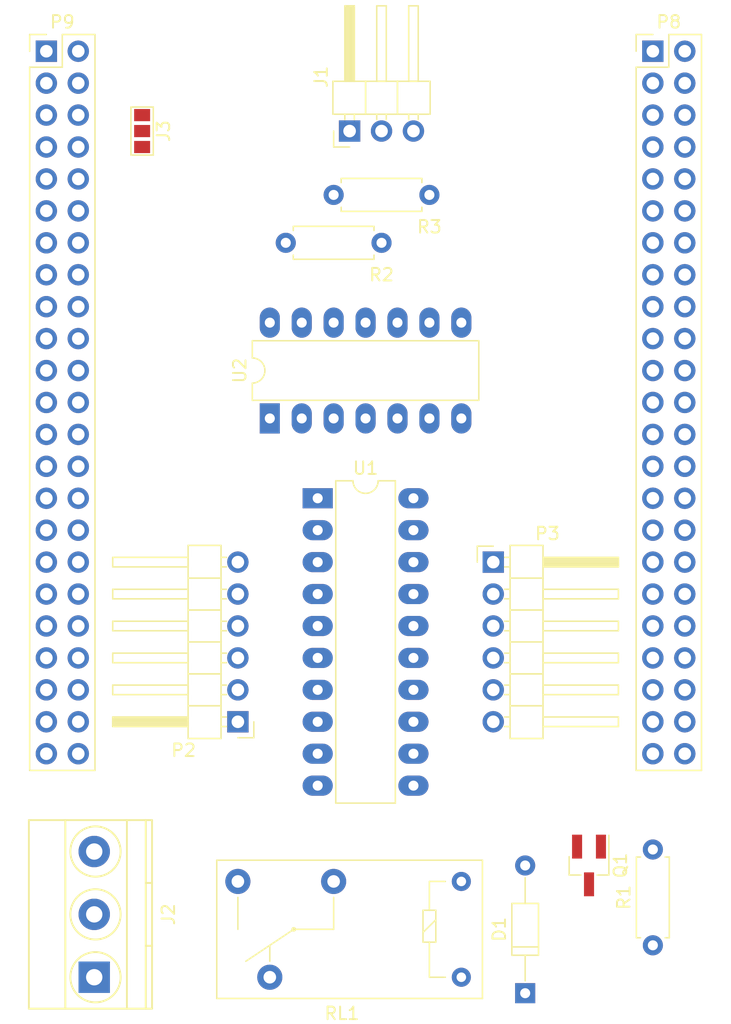
<source format=kicad_pcb>
(kicad_pcb (version 4) (host pcbnew 4.0.6-e0-6349~52~ubuntu17.04.1)

  (general
    (links 59)
    (no_connects 59)
    (area 0 0 0 0)
    (thickness 1.6)
    (drawings 0)
    (tracks 0)
    (zones 0)
    (modules 15)
    (nets 105)
  )

  (page USLetter)
  (layers
    (0 F.Cu signal)
    (31 B.Cu signal)
    (32 B.Adhes user)
    (33 F.Adhes user)
    (34 B.Paste user)
    (35 F.Paste user)
    (36 B.SilkS user)
    (37 F.SilkS user)
    (38 B.Mask user)
    (39 F.Mask user)
    (40 Dwgs.User user)
    (41 Cmts.User user)
    (42 Eco1.User user)
    (43 Eco2.User user)
    (44 Edge.Cuts user)
    (45 Margin user)
    (46 B.CrtYd user)
    (47 F.CrtYd user)
    (48 B.Fab user)
    (49 F.Fab user)
  )

  (setup
    (last_trace_width 0.25)
    (trace_clearance 0.2)
    (zone_clearance 0.508)
    (zone_45_only no)
    (trace_min 0.2)
    (segment_width 0.2)
    (edge_width 0.15)
    (via_size 0.6)
    (via_drill 0.4)
    (via_min_size 0.4)
    (via_min_drill 0.3)
    (uvia_size 0.3)
    (uvia_drill 0.1)
    (uvias_allowed no)
    (uvia_min_size 0.2)
    (uvia_min_drill 0.1)
    (pcb_text_width 0.3)
    (pcb_text_size 1.5 1.5)
    (mod_edge_width 0.15)
    (mod_text_size 1 1)
    (mod_text_width 0.15)
    (pad_size 1.524 1.524)
    (pad_drill 0.762)
    (pad_to_mask_clearance 0.2)
    (aux_axis_origin 0 0)
    (visible_elements FFFFFF7F)
    (pcbplotparams
      (layerselection 0x00030_80000001)
      (usegerberextensions false)
      (excludeedgelayer true)
      (linewidth 0.100000)
      (plotframeref false)
      (viasonmask false)
      (mode 1)
      (useauxorigin false)
      (hpglpennumber 1)
      (hpglpenspeed 20)
      (hpglpendiameter 15)
      (hpglpenoverlay 2)
      (psnegative false)
      (psa4output false)
      (plotreference true)
      (plotvalue true)
      (plotinvisibletext false)
      (padsonsilk false)
      (subtractmaskfromsilk false)
      (outputformat 1)
      (mirror false)
      (drillshape 1)
      (scaleselection 1)
      (outputdirectory ""))
  )

  (net 0 "")
  (net 1 VCC)
  (net 2 "Net-(D1-Pad2)")
  (net 3 GND)
  (net 4 BB_I2C2_SCL)
  (net 5 BB_I2C2_SDA)
  (net 6 "Net-(J2-Pad3)")
  (net 7 "Net-(J2-Pad1)")
  (net 8 "Net-(J2-Pad2)")
  (net 9 SYS_5V)
  (net 10 VDD_5V)
  (net 11 CSYNC_B)
  (net 12 "Net-(P2-Pad3)")
  (net 13 "Net-(P2-Pad4)")
  (net 14 "Net-(P2-Pad5)")
  (net 15 "Net-(P2-Pad6)")
  (net 16 CSYNC_A)
  (net 17 "Net-(P3-Pad3)")
  (net 18 "Net-(P3-Pad4)")
  (net 19 "Net-(P3-Pad5)")
  (net 20 "Net-(P3-Pad6)")
  (net 21 "Net-(P8-Pad3)")
  (net 22 "Net-(P8-Pad4)")
  (net 23 "Net-(P8-Pad5)")
  (net 24 "Net-(P8-Pad6)")
  (net 25 "Net-(P8-Pad7)")
  (net 26 "Net-(P8-Pad8)")
  (net 27 "Net-(P8-Pad9)")
  (net 28 "Net-(P8-Pad10)")
  (net 29 "Net-(P8-Pad11)")
  (net 30 "Net-(P8-Pad12)")
  (net 31 "Net-(P8-Pad13)")
  (net 32 "Net-(P8-Pad14)")
  (net 33 "Net-(P8-Pad15)")
  (net 34 "Net-(P8-Pad16)")
  (net 35 "Net-(P8-Pad17)")
  (net 36 "Net-(P8-Pad18)")
  (net 37 "Net-(P8-Pad19)")
  (net 38 "Net-(P8-Pad20)")
  (net 39 "Net-(P8-Pad21)")
  (net 40 "Net-(P8-Pad22)")
  (net 41 "Net-(P8-Pad23)")
  (net 42 "Net-(P8-Pad24)")
  (net 43 "Net-(P8-Pad25)")
  (net 44 BB_GPIO1_29)
  (net 45 BB_VSYNC)
  (net 46 "Net-(P8-Pad28)")
  (net 47 BB_HSYNC)
  (net 48 "Net-(P8-Pad30)")
  (net 49 "Net-(P8-Pad31)")
  (net 50 "Net-(P8-Pad32)")
  (net 51 "Net-(P8-Pad33)")
  (net 52 BB_LCD11)
  (net 53 "Net-(P8-Pad35)")
  (net 54 BB_LCD10)
  (net 55 BB_LCD8)
  (net 56 BB_LCD9)
  (net 57 "Net-(P8-Pad39)")
  (net 58 "Net-(P8-Pad40)")
  (net 59 "Net-(P8-Pad41)")
  (net 60 "Net-(P8-Pad42)")
  (net 61 BB_LCD2)
  (net 62 BB_LCD3)
  (net 63 BB_LCD0)
  (net 64 BB_LCD1)
  (net 65 +3V3)
  (net 66 "Net-(P9-Pad9)")
  (net 67 "Net-(P9-Pad10)")
  (net 68 "Net-(P9-Pad11)")
  (net 69 "Net-(P9-Pad12)")
  (net 70 "Net-(P9-Pad13)")
  (net 71 "Net-(P9-Pad14)")
  (net 72 "Net-(P9-Pad15)")
  (net 73 "Net-(P9-Pad16)")
  (net 74 "Net-(P9-Pad17)")
  (net 75 "Net-(P9-Pad18)")
  (net 76 "Net-(P9-Pad21)")
  (net 77 "Net-(P9-Pad22)")
  (net 78 "Net-(P9-Pad23)")
  (net 79 "Net-(P9-Pad24)")
  (net 80 "Net-(P9-Pad25)")
  (net 81 "Net-(P9-Pad26)")
  (net 82 "Net-(P9-Pad27)")
  (net 83 "Net-(P9-Pad28)")
  (net 84 "Net-(P9-Pad29)")
  (net 85 "Net-(P9-Pad30)")
  (net 86 "Net-(P9-Pad31)")
  (net 87 "Net-(P9-Pad32)")
  (net 88 "Net-(P9-Pad33)")
  (net 89 "Net-(P9-Pad34)")
  (net 90 "Net-(P9-Pad35)")
  (net 91 "Net-(P9-Pad36)")
  (net 92 "Net-(P9-Pad37)")
  (net 93 "Net-(P9-Pad38)")
  (net 94 "Net-(P9-Pad39)")
  (net 95 "Net-(P9-Pad40)")
  (net 96 "Net-(P9-Pad41)")
  (net 97 "Net-(P9-Pad42)")
  (net 98 "Net-(P9-Pad43)")
  (net 99 "Net-(P9-Pad44)")
  (net 100 "Net-(P9-Pad45)")
  (net 101 "Net-(P9-Pad46)")
  (net 102 "Net-(Q1-Pad1)")
  (net 103 "Net-(U2-Pad8)")
  (net 104 "Net-(U2-Pad11)")

  (net_class Default "This is the default net class."
    (clearance 0.2)
    (trace_width 0.25)
    (via_dia 0.6)
    (via_drill 0.4)
    (uvia_dia 0.3)
    (uvia_drill 0.1)
    (add_net +3V3)
    (add_net BB_GPIO1_29)
    (add_net BB_HSYNC)
    (add_net BB_I2C2_SCL)
    (add_net BB_I2C2_SDA)
    (add_net BB_LCD0)
    (add_net BB_LCD1)
    (add_net BB_LCD10)
    (add_net BB_LCD11)
    (add_net BB_LCD2)
    (add_net BB_LCD3)
    (add_net BB_LCD8)
    (add_net BB_LCD9)
    (add_net BB_VSYNC)
    (add_net CSYNC_A)
    (add_net CSYNC_B)
    (add_net GND)
    (add_net "Net-(D1-Pad2)")
    (add_net "Net-(J2-Pad1)")
    (add_net "Net-(J2-Pad2)")
    (add_net "Net-(J2-Pad3)")
    (add_net "Net-(P2-Pad3)")
    (add_net "Net-(P2-Pad4)")
    (add_net "Net-(P2-Pad5)")
    (add_net "Net-(P2-Pad6)")
    (add_net "Net-(P3-Pad3)")
    (add_net "Net-(P3-Pad4)")
    (add_net "Net-(P3-Pad5)")
    (add_net "Net-(P3-Pad6)")
    (add_net "Net-(P8-Pad10)")
    (add_net "Net-(P8-Pad11)")
    (add_net "Net-(P8-Pad12)")
    (add_net "Net-(P8-Pad13)")
    (add_net "Net-(P8-Pad14)")
    (add_net "Net-(P8-Pad15)")
    (add_net "Net-(P8-Pad16)")
    (add_net "Net-(P8-Pad17)")
    (add_net "Net-(P8-Pad18)")
    (add_net "Net-(P8-Pad19)")
    (add_net "Net-(P8-Pad20)")
    (add_net "Net-(P8-Pad21)")
    (add_net "Net-(P8-Pad22)")
    (add_net "Net-(P8-Pad23)")
    (add_net "Net-(P8-Pad24)")
    (add_net "Net-(P8-Pad25)")
    (add_net "Net-(P8-Pad28)")
    (add_net "Net-(P8-Pad3)")
    (add_net "Net-(P8-Pad30)")
    (add_net "Net-(P8-Pad31)")
    (add_net "Net-(P8-Pad32)")
    (add_net "Net-(P8-Pad33)")
    (add_net "Net-(P8-Pad35)")
    (add_net "Net-(P8-Pad39)")
    (add_net "Net-(P8-Pad4)")
    (add_net "Net-(P8-Pad40)")
    (add_net "Net-(P8-Pad41)")
    (add_net "Net-(P8-Pad42)")
    (add_net "Net-(P8-Pad5)")
    (add_net "Net-(P8-Pad6)")
    (add_net "Net-(P8-Pad7)")
    (add_net "Net-(P8-Pad8)")
    (add_net "Net-(P8-Pad9)")
    (add_net "Net-(P9-Pad10)")
    (add_net "Net-(P9-Pad11)")
    (add_net "Net-(P9-Pad12)")
    (add_net "Net-(P9-Pad13)")
    (add_net "Net-(P9-Pad14)")
    (add_net "Net-(P9-Pad15)")
    (add_net "Net-(P9-Pad16)")
    (add_net "Net-(P9-Pad17)")
    (add_net "Net-(P9-Pad18)")
    (add_net "Net-(P9-Pad21)")
    (add_net "Net-(P9-Pad22)")
    (add_net "Net-(P9-Pad23)")
    (add_net "Net-(P9-Pad24)")
    (add_net "Net-(P9-Pad25)")
    (add_net "Net-(P9-Pad26)")
    (add_net "Net-(P9-Pad27)")
    (add_net "Net-(P9-Pad28)")
    (add_net "Net-(P9-Pad29)")
    (add_net "Net-(P9-Pad30)")
    (add_net "Net-(P9-Pad31)")
    (add_net "Net-(P9-Pad32)")
    (add_net "Net-(P9-Pad33)")
    (add_net "Net-(P9-Pad34)")
    (add_net "Net-(P9-Pad35)")
    (add_net "Net-(P9-Pad36)")
    (add_net "Net-(P9-Pad37)")
    (add_net "Net-(P9-Pad38)")
    (add_net "Net-(P9-Pad39)")
    (add_net "Net-(P9-Pad40)")
    (add_net "Net-(P9-Pad41)")
    (add_net "Net-(P9-Pad42)")
    (add_net "Net-(P9-Pad43)")
    (add_net "Net-(P9-Pad44)")
    (add_net "Net-(P9-Pad45)")
    (add_net "Net-(P9-Pad46)")
    (add_net "Net-(P9-Pad9)")
    (add_net "Net-(Q1-Pad1)")
    (add_net "Net-(U2-Pad11)")
    (add_net "Net-(U2-Pad8)")
    (add_net SYS_5V)
    (add_net VCC)
    (add_net VDD_5V)
  )

  (module Diodes_THT:D_DO-35_SOD27_P10.16mm_Horizontal (layer F.Cu) (tedit 5921392E) (tstamp 595D0C14)
    (at 86.36 144.78 90)
    (descr "D, DO-35_SOD27 series, Axial, Horizontal, pin pitch=10.16mm, , length*diameter=4*2mm^2, , http://www.diodes.com/_files/packages/DO-35.pdf")
    (tags "D DO-35_SOD27 series Axial Horizontal pin pitch 10.16mm  length 4mm diameter 2mm")
    (path /595BAE26)
    (fp_text reference D1 (at 5.08 -2.06 90) (layer F.SilkS)
      (effects (font (size 1 1) (thickness 0.15)))
    )
    (fp_text value 1N4148 (at 5.08 2.06 90) (layer F.Fab)
      (effects (font (size 1 1) (thickness 0.15)))
    )
    (fp_text user %R (at 5.08 0 90) (layer F.Fab)
      (effects (font (size 1 1) (thickness 0.15)))
    )
    (fp_line (start 3.08 -1) (end 3.08 1) (layer F.Fab) (width 0.1))
    (fp_line (start 3.08 1) (end 7.08 1) (layer F.Fab) (width 0.1))
    (fp_line (start 7.08 1) (end 7.08 -1) (layer F.Fab) (width 0.1))
    (fp_line (start 7.08 -1) (end 3.08 -1) (layer F.Fab) (width 0.1))
    (fp_line (start 0 0) (end 3.08 0) (layer F.Fab) (width 0.1))
    (fp_line (start 10.16 0) (end 7.08 0) (layer F.Fab) (width 0.1))
    (fp_line (start 3.68 -1) (end 3.68 1) (layer F.Fab) (width 0.1))
    (fp_line (start 3.02 -1.06) (end 3.02 1.06) (layer F.SilkS) (width 0.12))
    (fp_line (start 3.02 1.06) (end 7.14 1.06) (layer F.SilkS) (width 0.12))
    (fp_line (start 7.14 1.06) (end 7.14 -1.06) (layer F.SilkS) (width 0.12))
    (fp_line (start 7.14 -1.06) (end 3.02 -1.06) (layer F.SilkS) (width 0.12))
    (fp_line (start 0.98 0) (end 3.02 0) (layer F.SilkS) (width 0.12))
    (fp_line (start 9.18 0) (end 7.14 0) (layer F.SilkS) (width 0.12))
    (fp_line (start 3.68 -1.06) (end 3.68 1.06) (layer F.SilkS) (width 0.12))
    (fp_line (start -1.05 -1.35) (end -1.05 1.35) (layer F.CrtYd) (width 0.05))
    (fp_line (start -1.05 1.35) (end 11.25 1.35) (layer F.CrtYd) (width 0.05))
    (fp_line (start 11.25 1.35) (end 11.25 -1.35) (layer F.CrtYd) (width 0.05))
    (fp_line (start 11.25 -1.35) (end -1.05 -1.35) (layer F.CrtYd) (width 0.05))
    (pad 1 thru_hole rect (at 0 0 90) (size 1.6 1.6) (drill 0.8) (layers *.Cu *.Mask)
      (net 1 VCC))
    (pad 2 thru_hole oval (at 10.16 0 90) (size 1.6 1.6) (drill 0.8) (layers *.Cu *.Mask)
      (net 2 "Net-(D1-Pad2)"))
    (model ${KISYS3DMOD}/Diodes_THT.3dshapes/D_DO-35_SOD27_P10.16mm_Horizontal.wrl
      (at (xyz 0 0 0))
      (scale (xyz 0.393701 0.393701 0.393701))
      (rotate (xyz 0 0 0))
    )
  )

  (module Pin_Headers:Pin_Header_Angled_1x03_Pitch2.54mm (layer F.Cu) (tedit 58CD4EC1) (tstamp 595D0C5E)
    (at 72.39 76.2 90)
    (descr "Through hole angled pin header, 1x03, 2.54mm pitch, 6mm pin length, single row")
    (tags "Through hole angled pin header THT 1x03 2.54mm single row")
    (path /595AFEB4)
    (fp_text reference J1 (at 4.315 -2.27 90) (layer F.SilkS)
      (effects (font (size 1 1) (thickness 0.15)))
    )
    (fp_text value CONN_01X03 (at 4.315 7.35 90) (layer F.Fab)
      (effects (font (size 1 1) (thickness 0.15)))
    )
    (fp_line (start 1.4 -1.27) (end 1.4 1.27) (layer F.Fab) (width 0.1))
    (fp_line (start 1.4 1.27) (end 3.9 1.27) (layer F.Fab) (width 0.1))
    (fp_line (start 3.9 1.27) (end 3.9 -1.27) (layer F.Fab) (width 0.1))
    (fp_line (start 3.9 -1.27) (end 1.4 -1.27) (layer F.Fab) (width 0.1))
    (fp_line (start 0 -0.32) (end 0 0.32) (layer F.Fab) (width 0.1))
    (fp_line (start 0 0.32) (end 9.9 0.32) (layer F.Fab) (width 0.1))
    (fp_line (start 9.9 0.32) (end 9.9 -0.32) (layer F.Fab) (width 0.1))
    (fp_line (start 9.9 -0.32) (end 0 -0.32) (layer F.Fab) (width 0.1))
    (fp_line (start 1.4 1.27) (end 1.4 3.81) (layer F.Fab) (width 0.1))
    (fp_line (start 1.4 3.81) (end 3.9 3.81) (layer F.Fab) (width 0.1))
    (fp_line (start 3.9 3.81) (end 3.9 1.27) (layer F.Fab) (width 0.1))
    (fp_line (start 3.9 1.27) (end 1.4 1.27) (layer F.Fab) (width 0.1))
    (fp_line (start 0 2.22) (end 0 2.86) (layer F.Fab) (width 0.1))
    (fp_line (start 0 2.86) (end 9.9 2.86) (layer F.Fab) (width 0.1))
    (fp_line (start 9.9 2.86) (end 9.9 2.22) (layer F.Fab) (width 0.1))
    (fp_line (start 9.9 2.22) (end 0 2.22) (layer F.Fab) (width 0.1))
    (fp_line (start 1.4 3.81) (end 1.4 6.35) (layer F.Fab) (width 0.1))
    (fp_line (start 1.4 6.35) (end 3.9 6.35) (layer F.Fab) (width 0.1))
    (fp_line (start 3.9 6.35) (end 3.9 3.81) (layer F.Fab) (width 0.1))
    (fp_line (start 3.9 3.81) (end 1.4 3.81) (layer F.Fab) (width 0.1))
    (fp_line (start 0 4.76) (end 0 5.4) (layer F.Fab) (width 0.1))
    (fp_line (start 0 5.4) (end 9.9 5.4) (layer F.Fab) (width 0.1))
    (fp_line (start 9.9 5.4) (end 9.9 4.76) (layer F.Fab) (width 0.1))
    (fp_line (start 9.9 4.76) (end 0 4.76) (layer F.Fab) (width 0.1))
    (fp_line (start 1.34 -1.33) (end 1.34 1.27) (layer F.SilkS) (width 0.12))
    (fp_line (start 1.34 1.27) (end 3.96 1.27) (layer F.SilkS) (width 0.12))
    (fp_line (start 3.96 1.27) (end 3.96 -1.33) (layer F.SilkS) (width 0.12))
    (fp_line (start 3.96 -1.33) (end 1.34 -1.33) (layer F.SilkS) (width 0.12))
    (fp_line (start 3.96 -0.38) (end 3.96 0.38) (layer F.SilkS) (width 0.12))
    (fp_line (start 3.96 0.38) (end 9.96 0.38) (layer F.SilkS) (width 0.12))
    (fp_line (start 9.96 0.38) (end 9.96 -0.38) (layer F.SilkS) (width 0.12))
    (fp_line (start 9.96 -0.38) (end 3.96 -0.38) (layer F.SilkS) (width 0.12))
    (fp_line (start 0.91 -0.38) (end 1.34 -0.38) (layer F.SilkS) (width 0.12))
    (fp_line (start 0.91 0.38) (end 1.34 0.38) (layer F.SilkS) (width 0.12))
    (fp_line (start 3.96 -0.26) (end 9.96 -0.26) (layer F.SilkS) (width 0.12))
    (fp_line (start 3.96 -0.14) (end 9.96 -0.14) (layer F.SilkS) (width 0.12))
    (fp_line (start 3.96 -0.02) (end 9.96 -0.02) (layer F.SilkS) (width 0.12))
    (fp_line (start 3.96 0.1) (end 9.96 0.1) (layer F.SilkS) (width 0.12))
    (fp_line (start 3.96 0.22) (end 9.96 0.22) (layer F.SilkS) (width 0.12))
    (fp_line (start 3.96 0.34) (end 9.96 0.34) (layer F.SilkS) (width 0.12))
    (fp_line (start 1.34 1.27) (end 1.34 3.81) (layer F.SilkS) (width 0.12))
    (fp_line (start 1.34 3.81) (end 3.96 3.81) (layer F.SilkS) (width 0.12))
    (fp_line (start 3.96 3.81) (end 3.96 1.27) (layer F.SilkS) (width 0.12))
    (fp_line (start 3.96 1.27) (end 1.34 1.27) (layer F.SilkS) (width 0.12))
    (fp_line (start 3.96 2.16) (end 3.96 2.92) (layer F.SilkS) (width 0.12))
    (fp_line (start 3.96 2.92) (end 9.96 2.92) (layer F.SilkS) (width 0.12))
    (fp_line (start 9.96 2.92) (end 9.96 2.16) (layer F.SilkS) (width 0.12))
    (fp_line (start 9.96 2.16) (end 3.96 2.16) (layer F.SilkS) (width 0.12))
    (fp_line (start 0.91 2.16) (end 1.34 2.16) (layer F.SilkS) (width 0.12))
    (fp_line (start 0.91 2.92) (end 1.34 2.92) (layer F.SilkS) (width 0.12))
    (fp_line (start 1.34 3.81) (end 1.34 6.41) (layer F.SilkS) (width 0.12))
    (fp_line (start 1.34 6.41) (end 3.96 6.41) (layer F.SilkS) (width 0.12))
    (fp_line (start 3.96 6.41) (end 3.96 3.81) (layer F.SilkS) (width 0.12))
    (fp_line (start 3.96 3.81) (end 1.34 3.81) (layer F.SilkS) (width 0.12))
    (fp_line (start 3.96 4.7) (end 3.96 5.46) (layer F.SilkS) (width 0.12))
    (fp_line (start 3.96 5.46) (end 9.96 5.46) (layer F.SilkS) (width 0.12))
    (fp_line (start 9.96 5.46) (end 9.96 4.7) (layer F.SilkS) (width 0.12))
    (fp_line (start 9.96 4.7) (end 3.96 4.7) (layer F.SilkS) (width 0.12))
    (fp_line (start 0.91 4.7) (end 1.34 4.7) (layer F.SilkS) (width 0.12))
    (fp_line (start 0.91 5.46) (end 1.34 5.46) (layer F.SilkS) (width 0.12))
    (fp_line (start -1.27 0) (end -1.27 -1.27) (layer F.SilkS) (width 0.12))
    (fp_line (start -1.27 -1.27) (end 0 -1.27) (layer F.SilkS) (width 0.12))
    (fp_line (start -1.8 -1.8) (end -1.8 6.85) (layer F.CrtYd) (width 0.05))
    (fp_line (start -1.8 6.85) (end 10.4 6.85) (layer F.CrtYd) (width 0.05))
    (fp_line (start 10.4 6.85) (end 10.4 -1.8) (layer F.CrtYd) (width 0.05))
    (fp_line (start 10.4 -1.8) (end -1.8 -1.8) (layer F.CrtYd) (width 0.05))
    (fp_text user %R (at 4.315 -2.27 90) (layer F.Fab)
      (effects (font (size 1 1) (thickness 0.15)))
    )
    (pad 1 thru_hole rect (at 0 0 90) (size 1.7 1.7) (drill 1) (layers *.Cu *.Mask)
      (net 3 GND))
    (pad 2 thru_hole oval (at 0 2.54 90) (size 1.7 1.7) (drill 1) (layers *.Cu *.Mask)
      (net 4 BB_I2C2_SCL))
    (pad 3 thru_hole oval (at 0 5.08 90) (size 1.7 1.7) (drill 1) (layers *.Cu *.Mask)
      (net 5 BB_I2C2_SDA))
    (model ${KISYS3DMOD}/Pin_Headers.3dshapes/Pin_Header_Angled_1x03_Pitch2.54mm.wrl
      (at (xyz 0 -0.1 0))
      (scale (xyz 1 1 1))
      (rotate (xyz 0 0 90))
    )
  )

  (module Connectors_Terminal_Blocks:TerminalBlock_Pheonix_MKDS1.5-3pol (layer F.Cu) (tedit 5630081E) (tstamp 595D0C75)
    (at 52.07 143.51 90)
    (descr "3-way 5mm pitch terminal block, Phoenix MKDS series")
    (path /595AFB9A)
    (fp_text reference J2 (at 5 5.9 90) (layer F.SilkS)
      (effects (font (size 1 1) (thickness 0.15)))
    )
    (fp_text value Screw_Terminal_1x03 (at 5 -6.6 90) (layer F.Fab)
      (effects (font (size 1 1) (thickness 0.15)))
    )
    (fp_line (start -2.7 4.8) (end -2.7 -5.4) (layer F.CrtYd) (width 0.05))
    (fp_line (start 12.7 4.8) (end -2.7 4.8) (layer F.CrtYd) (width 0.05))
    (fp_line (start 12.7 -5.4) (end 12.7 4.8) (layer F.CrtYd) (width 0.05))
    (fp_line (start -2.7 -5.4) (end 12.7 -5.4) (layer F.CrtYd) (width 0.05))
    (fp_circle (center 10 0.1) (end 8 0.1) (layer F.SilkS) (width 0.15))
    (fp_line (start 7.5 4.1) (end 7.5 4.6) (layer F.SilkS) (width 0.15))
    (fp_line (start 2.5 4.1) (end 2.5 4.6) (layer F.SilkS) (width 0.15))
    (fp_circle (center 5 0.1) (end 3 0.1) (layer F.SilkS) (width 0.15))
    (fp_circle (center 0 0.1) (end 2 0.1) (layer F.SilkS) (width 0.15))
    (fp_line (start -2.5 2.6) (end 12.5 2.6) (layer F.SilkS) (width 0.15))
    (fp_line (start -2.5 -2.3) (end 12.5 -2.3) (layer F.SilkS) (width 0.15))
    (fp_line (start -2.5 4.1) (end 12.5 4.1) (layer F.SilkS) (width 0.15))
    (fp_line (start -2.5 4.6) (end 12.5 4.6) (layer F.SilkS) (width 0.15))
    (fp_line (start 12.5 4.6) (end 12.5 -5.2) (layer F.SilkS) (width 0.15))
    (fp_line (start 12.5 -5.2) (end -2.5 -5.2) (layer F.SilkS) (width 0.15))
    (fp_line (start -2.5 -5.2) (end -2.5 4.6) (layer F.SilkS) (width 0.15))
    (pad 3 thru_hole circle (at 10 0 90) (size 2.5 2.5) (drill 1.3) (layers *.Cu *.Mask)
      (net 6 "Net-(J2-Pad3)"))
    (pad 1 thru_hole rect (at 0 0 90) (size 2.5 2.5) (drill 1.3) (layers *.Cu *.Mask)
      (net 7 "Net-(J2-Pad1)"))
    (pad 2 thru_hole circle (at 5 0 90) (size 2.5 2.5) (drill 1.3) (layers *.Cu *.Mask)
      (net 8 "Net-(J2-Pad2)"))
    (model Terminal_Blocks.3dshapes/TerminalBlock_Pheonix_MKDS1.5-3pol.wrl
      (at (xyz 0.1968 0 0))
      (scale (xyz 1 1 1))
      (rotate (xyz 0 0 0))
    )
  )

  (module Connectors:GS3 (layer F.Cu) (tedit 58613494) (tstamp 595D0C84)
    (at 55.88 76.2 180)
    (descr "3-pin solder bridge")
    (tags "solder bridge")
    (path /595BC2AF)
    (attr smd)
    (fp_text reference J3 (at -1.7 0 270) (layer F.SilkS)
      (effects (font (size 1 1) (thickness 0.15)))
    )
    (fp_text value GS3 (at 1.8 0 270) (layer F.Fab)
      (effects (font (size 1 1) (thickness 0.15)))
    )
    (fp_line (start -1.15 -2.15) (end 1.15 -2.15) (layer F.CrtYd) (width 0.05))
    (fp_line (start 1.15 -2.15) (end 1.15 2.15) (layer F.CrtYd) (width 0.05))
    (fp_line (start 1.15 2.15) (end -1.15 2.15) (layer F.CrtYd) (width 0.05))
    (fp_line (start -1.15 2.15) (end -1.15 -2.15) (layer F.CrtYd) (width 0.05))
    (fp_line (start -0.89 -1.91) (end -0.89 1.91) (layer F.SilkS) (width 0.12))
    (fp_line (start -0.89 1.91) (end 0.89 1.91) (layer F.SilkS) (width 0.12))
    (fp_line (start 0.89 1.91) (end 0.89 -1.91) (layer F.SilkS) (width 0.12))
    (fp_line (start -0.89 -1.91) (end 0.89 -1.91) (layer F.SilkS) (width 0.12))
    (pad 1 smd rect (at 0 -1.27 180) (size 1.27 0.97) (layers F.Cu F.Paste F.Mask)
      (net 9 SYS_5V))
    (pad 2 smd rect (at 0 0 180) (size 1.27 0.97) (layers F.Cu F.Paste F.Mask)
      (net 1 VCC))
    (pad 3 smd rect (at 0 1.27 180) (size 1.27 0.97) (layers F.Cu F.Paste F.Mask)
      (net 10 VDD_5V))
  )

  (module Pin_Headers:Pin_Header_Angled_1x06_Pitch2.54mm (layer F.Cu) (tedit 58CD4EC1) (tstamp 595D0D07)
    (at 63.5 123.19 180)
    (descr "Through hole angled pin header, 1x06, 2.54mm pitch, 6mm pin length, single row")
    (tags "Through hole angled pin header THT 1x06 2.54mm single row")
    (path /5956C76B)
    (fp_text reference P2 (at 4.315 -2.27 180) (layer F.SilkS)
      (effects (font (size 1 1) (thickness 0.15)))
    )
    (fp_text value CONN_01X06 (at 4.315 14.97 180) (layer F.Fab)
      (effects (font (size 1 1) (thickness 0.15)))
    )
    (fp_line (start 1.4 -1.27) (end 1.4 1.27) (layer F.Fab) (width 0.1))
    (fp_line (start 1.4 1.27) (end 3.9 1.27) (layer F.Fab) (width 0.1))
    (fp_line (start 3.9 1.27) (end 3.9 -1.27) (layer F.Fab) (width 0.1))
    (fp_line (start 3.9 -1.27) (end 1.4 -1.27) (layer F.Fab) (width 0.1))
    (fp_line (start 0 -0.32) (end 0 0.32) (layer F.Fab) (width 0.1))
    (fp_line (start 0 0.32) (end 9.9 0.32) (layer F.Fab) (width 0.1))
    (fp_line (start 9.9 0.32) (end 9.9 -0.32) (layer F.Fab) (width 0.1))
    (fp_line (start 9.9 -0.32) (end 0 -0.32) (layer F.Fab) (width 0.1))
    (fp_line (start 1.4 1.27) (end 1.4 3.81) (layer F.Fab) (width 0.1))
    (fp_line (start 1.4 3.81) (end 3.9 3.81) (layer F.Fab) (width 0.1))
    (fp_line (start 3.9 3.81) (end 3.9 1.27) (layer F.Fab) (width 0.1))
    (fp_line (start 3.9 1.27) (end 1.4 1.27) (layer F.Fab) (width 0.1))
    (fp_line (start 0 2.22) (end 0 2.86) (layer F.Fab) (width 0.1))
    (fp_line (start 0 2.86) (end 9.9 2.86) (layer F.Fab) (width 0.1))
    (fp_line (start 9.9 2.86) (end 9.9 2.22) (layer F.Fab) (width 0.1))
    (fp_line (start 9.9 2.22) (end 0 2.22) (layer F.Fab) (width 0.1))
    (fp_line (start 1.4 3.81) (end 1.4 6.35) (layer F.Fab) (width 0.1))
    (fp_line (start 1.4 6.35) (end 3.9 6.35) (layer F.Fab) (width 0.1))
    (fp_line (start 3.9 6.35) (end 3.9 3.81) (layer F.Fab) (width 0.1))
    (fp_line (start 3.9 3.81) (end 1.4 3.81) (layer F.Fab) (width 0.1))
    (fp_line (start 0 4.76) (end 0 5.4) (layer F.Fab) (width 0.1))
    (fp_line (start 0 5.4) (end 9.9 5.4) (layer F.Fab) (width 0.1))
    (fp_line (start 9.9 5.4) (end 9.9 4.76) (layer F.Fab) (width 0.1))
    (fp_line (start 9.9 4.76) (end 0 4.76) (layer F.Fab) (width 0.1))
    (fp_line (start 1.4 6.35) (end 1.4 8.89) (layer F.Fab) (width 0.1))
    (fp_line (start 1.4 8.89) (end 3.9 8.89) (layer F.Fab) (width 0.1))
    (fp_line (start 3.9 8.89) (end 3.9 6.35) (layer F.Fab) (width 0.1))
    (fp_line (start 3.9 6.35) (end 1.4 6.35) (layer F.Fab) (width 0.1))
    (fp_line (start 0 7.3) (end 0 7.94) (layer F.Fab) (width 0.1))
    (fp_line (start 0 7.94) (end 9.9 7.94) (layer F.Fab) (width 0.1))
    (fp_line (start 9.9 7.94) (end 9.9 7.3) (layer F.Fab) (width 0.1))
    (fp_line (start 9.9 7.3) (end 0 7.3) (layer F.Fab) (width 0.1))
    (fp_line (start 1.4 8.89) (end 1.4 11.43) (layer F.Fab) (width 0.1))
    (fp_line (start 1.4 11.43) (end 3.9 11.43) (layer F.Fab) (width 0.1))
    (fp_line (start 3.9 11.43) (end 3.9 8.89) (layer F.Fab) (width 0.1))
    (fp_line (start 3.9 8.89) (end 1.4 8.89) (layer F.Fab) (width 0.1))
    (fp_line (start 0 9.84) (end 0 10.48) (layer F.Fab) (width 0.1))
    (fp_line (start 0 10.48) (end 9.9 10.48) (layer F.Fab) (width 0.1))
    (fp_line (start 9.9 10.48) (end 9.9 9.84) (layer F.Fab) (width 0.1))
    (fp_line (start 9.9 9.84) (end 0 9.84) (layer F.Fab) (width 0.1))
    (fp_line (start 1.4 11.43) (end 1.4 13.97) (layer F.Fab) (width 0.1))
    (fp_line (start 1.4 13.97) (end 3.9 13.97) (layer F.Fab) (width 0.1))
    (fp_line (start 3.9 13.97) (end 3.9 11.43) (layer F.Fab) (width 0.1))
    (fp_line (start 3.9 11.43) (end 1.4 11.43) (layer F.Fab) (width 0.1))
    (fp_line (start 0 12.38) (end 0 13.02) (layer F.Fab) (width 0.1))
    (fp_line (start 0 13.02) (end 9.9 13.02) (layer F.Fab) (width 0.1))
    (fp_line (start 9.9 13.02) (end 9.9 12.38) (layer F.Fab) (width 0.1))
    (fp_line (start 9.9 12.38) (end 0 12.38) (layer F.Fab) (width 0.1))
    (fp_line (start 1.34 -1.33) (end 1.34 1.27) (layer F.SilkS) (width 0.12))
    (fp_line (start 1.34 1.27) (end 3.96 1.27) (layer F.SilkS) (width 0.12))
    (fp_line (start 3.96 1.27) (end 3.96 -1.33) (layer F.SilkS) (width 0.12))
    (fp_line (start 3.96 -1.33) (end 1.34 -1.33) (layer F.SilkS) (width 0.12))
    (fp_line (start 3.96 -0.38) (end 3.96 0.38) (layer F.SilkS) (width 0.12))
    (fp_line (start 3.96 0.38) (end 9.96 0.38) (layer F.SilkS) (width 0.12))
    (fp_line (start 9.96 0.38) (end 9.96 -0.38) (layer F.SilkS) (width 0.12))
    (fp_line (start 9.96 -0.38) (end 3.96 -0.38) (layer F.SilkS) (width 0.12))
    (fp_line (start 0.91 -0.38) (end 1.34 -0.38) (layer F.SilkS) (width 0.12))
    (fp_line (start 0.91 0.38) (end 1.34 0.38) (layer F.SilkS) (width 0.12))
    (fp_line (start 3.96 -0.26) (end 9.96 -0.26) (layer F.SilkS) (width 0.12))
    (fp_line (start 3.96 -0.14) (end 9.96 -0.14) (layer F.SilkS) (width 0.12))
    (fp_line (start 3.96 -0.02) (end 9.96 -0.02) (layer F.SilkS) (width 0.12))
    (fp_line (start 3.96 0.1) (end 9.96 0.1) (layer F.SilkS) (width 0.12))
    (fp_line (start 3.96 0.22) (end 9.96 0.22) (layer F.SilkS) (width 0.12))
    (fp_line (start 3.96 0.34) (end 9.96 0.34) (layer F.SilkS) (width 0.12))
    (fp_line (start 1.34 1.27) (end 1.34 3.81) (layer F.SilkS) (width 0.12))
    (fp_line (start 1.34 3.81) (end 3.96 3.81) (layer F.SilkS) (width 0.12))
    (fp_line (start 3.96 3.81) (end 3.96 1.27) (layer F.SilkS) (width 0.12))
    (fp_line (start 3.96 1.27) (end 1.34 1.27) (layer F.SilkS) (width 0.12))
    (fp_line (start 3.96 2.16) (end 3.96 2.92) (layer F.SilkS) (width 0.12))
    (fp_line (start 3.96 2.92) (end 9.96 2.92) (layer F.SilkS) (width 0.12))
    (fp_line (start 9.96 2.92) (end 9.96 2.16) (layer F.SilkS) (width 0.12))
    (fp_line (start 9.96 2.16) (end 3.96 2.16) (layer F.SilkS) (width 0.12))
    (fp_line (start 0.91 2.16) (end 1.34 2.16) (layer F.SilkS) (width 0.12))
    (fp_line (start 0.91 2.92) (end 1.34 2.92) (layer F.SilkS) (width 0.12))
    (fp_line (start 1.34 3.81) (end 1.34 6.35) (layer F.SilkS) (width 0.12))
    (fp_line (start 1.34 6.35) (end 3.96 6.35) (layer F.SilkS) (width 0.12))
    (fp_line (start 3.96 6.35) (end 3.96 3.81) (layer F.SilkS) (width 0.12))
    (fp_line (start 3.96 3.81) (end 1.34 3.81) (layer F.SilkS) (width 0.12))
    (fp_line (start 3.96 4.7) (end 3.96 5.46) (layer F.SilkS) (width 0.12))
    (fp_line (start 3.96 5.46) (end 9.96 5.46) (layer F.SilkS) (width 0.12))
    (fp_line (start 9.96 5.46) (end 9.96 4.7) (layer F.SilkS) (width 0.12))
    (fp_line (start 9.96 4.7) (end 3.96 4.7) (layer F.SilkS) (width 0.12))
    (fp_line (start 0.91 4.7) (end 1.34 4.7) (layer F.SilkS) (width 0.12))
    (fp_line (start 0.91 5.46) (end 1.34 5.46) (layer F.SilkS) (width 0.12))
    (fp_line (start 1.34 6.35) (end 1.34 8.89) (layer F.SilkS) (width 0.12))
    (fp_line (start 1.34 8.89) (end 3.96 8.89) (layer F.SilkS) (width 0.12))
    (fp_line (start 3.96 8.89) (end 3.96 6.35) (layer F.SilkS) (width 0.12))
    (fp_line (start 3.96 6.35) (end 1.34 6.35) (layer F.SilkS) (width 0.12))
    (fp_line (start 3.96 7.24) (end 3.96 8) (layer F.SilkS) (width 0.12))
    (fp_line (start 3.96 8) (end 9.96 8) (layer F.SilkS) (width 0.12))
    (fp_line (start 9.96 8) (end 9.96 7.24) (layer F.SilkS) (width 0.12))
    (fp_line (start 9.96 7.24) (end 3.96 7.24) (layer F.SilkS) (width 0.12))
    (fp_line (start 0.91 7.24) (end 1.34 7.24) (layer F.SilkS) (width 0.12))
    (fp_line (start 0.91 8) (end 1.34 8) (layer F.SilkS) (width 0.12))
    (fp_line (start 1.34 8.89) (end 1.34 11.43) (layer F.SilkS) (width 0.12))
    (fp_line (start 1.34 11.43) (end 3.96 11.43) (layer F.SilkS) (width 0.12))
    (fp_line (start 3.96 11.43) (end 3.96 8.89) (layer F.SilkS) (width 0.12))
    (fp_line (start 3.96 8.89) (end 1.34 8.89) (layer F.SilkS) (width 0.12))
    (fp_line (start 3.96 9.78) (end 3.96 10.54) (layer F.SilkS) (width 0.12))
    (fp_line (start 3.96 10.54) (end 9.96 10.54) (layer F.SilkS) (width 0.12))
    (fp_line (start 9.96 10.54) (end 9.96 9.78) (layer F.SilkS) (width 0.12))
    (fp_line (start 9.96 9.78) (end 3.96 9.78) (layer F.SilkS) (width 0.12))
    (fp_line (start 0.91 9.78) (end 1.34 9.78) (layer F.SilkS) (width 0.12))
    (fp_line (start 0.91 10.54) (end 1.34 10.54) (layer F.SilkS) (width 0.12))
    (fp_line (start 1.34 11.43) (end 1.34 14.03) (layer F.SilkS) (width 0.12))
    (fp_line (start 1.34 14.03) (end 3.96 14.03) (layer F.SilkS) (width 0.12))
    (fp_line (start 3.96 14.03) (end 3.96 11.43) (layer F.SilkS) (width 0.12))
    (fp_line (start 3.96 11.43) (end 1.34 11.43) (layer F.SilkS) (width 0.12))
    (fp_line (start 3.96 12.32) (end 3.96 13.08) (layer F.SilkS) (width 0.12))
    (fp_line (start 3.96 13.08) (end 9.96 13.08) (layer F.SilkS) (width 0.12))
    (fp_line (start 9.96 13.08) (end 9.96 12.32) (layer F.SilkS) (width 0.12))
    (fp_line (start 9.96 12.32) (end 3.96 12.32) (layer F.SilkS) (width 0.12))
    (fp_line (start 0.91 12.32) (end 1.34 12.32) (layer F.SilkS) (width 0.12))
    (fp_line (start 0.91 13.08) (end 1.34 13.08) (layer F.SilkS) (width 0.12))
    (fp_line (start -1.27 0) (end -1.27 -1.27) (layer F.SilkS) (width 0.12))
    (fp_line (start -1.27 -1.27) (end 0 -1.27) (layer F.SilkS) (width 0.12))
    (fp_line (start -1.8 -1.8) (end -1.8 14.5) (layer F.CrtYd) (width 0.05))
    (fp_line (start -1.8 14.5) (end 10.4 14.5) (layer F.CrtYd) (width 0.05))
    (fp_line (start 10.4 14.5) (end 10.4 -1.8) (layer F.CrtYd) (width 0.05))
    (fp_line (start 10.4 -1.8) (end -1.8 -1.8) (layer F.CrtYd) (width 0.05))
    (fp_text user %R (at 4.315 -2.27 180) (layer F.Fab)
      (effects (font (size 1 1) (thickness 0.15)))
    )
    (pad 1 thru_hole rect (at 0 0 180) (size 1.7 1.7) (drill 1) (layers *.Cu *.Mask)
      (net 3 GND))
    (pad 2 thru_hole oval (at 0 2.54 180) (size 1.7 1.7) (drill 1) (layers *.Cu *.Mask)
      (net 11 CSYNC_B))
    (pad 3 thru_hole oval (at 0 5.08 180) (size 1.7 1.7) (drill 1) (layers *.Cu *.Mask)
      (net 12 "Net-(P2-Pad3)"))
    (pad 4 thru_hole oval (at 0 7.62 180) (size 1.7 1.7) (drill 1) (layers *.Cu *.Mask)
      (net 13 "Net-(P2-Pad4)"))
    (pad 5 thru_hole oval (at 0 10.16 180) (size 1.7 1.7) (drill 1) (layers *.Cu *.Mask)
      (net 14 "Net-(P2-Pad5)"))
    (pad 6 thru_hole oval (at 0 12.7 180) (size 1.7 1.7) (drill 1) (layers *.Cu *.Mask)
      (net 15 "Net-(P2-Pad6)"))
    (model ${KISYS3DMOD}/Pin_Headers.3dshapes/Pin_Header_Angled_1x06_Pitch2.54mm.wrl
      (at (xyz 0 -0.25 0))
      (scale (xyz 1 1 1))
      (rotate (xyz 0 0 90))
    )
  )

  (module Pin_Headers:Pin_Header_Angled_1x06_Pitch2.54mm (layer F.Cu) (tedit 58CD4EC1) (tstamp 595D0D8A)
    (at 83.82 110.49)
    (descr "Through hole angled pin header, 1x06, 2.54mm pitch, 6mm pin length, single row")
    (tags "Through hole angled pin header THT 1x06 2.54mm single row")
    (path /5956C702)
    (fp_text reference P3 (at 4.315 -2.27) (layer F.SilkS)
      (effects (font (size 1 1) (thickness 0.15)))
    )
    (fp_text value CONN_01X06 (at 4.315 14.97) (layer F.Fab)
      (effects (font (size 1 1) (thickness 0.15)))
    )
    (fp_line (start 1.4 -1.27) (end 1.4 1.27) (layer F.Fab) (width 0.1))
    (fp_line (start 1.4 1.27) (end 3.9 1.27) (layer F.Fab) (width 0.1))
    (fp_line (start 3.9 1.27) (end 3.9 -1.27) (layer F.Fab) (width 0.1))
    (fp_line (start 3.9 -1.27) (end 1.4 -1.27) (layer F.Fab) (width 0.1))
    (fp_line (start 0 -0.32) (end 0 0.32) (layer F.Fab) (width 0.1))
    (fp_line (start 0 0.32) (end 9.9 0.32) (layer F.Fab) (width 0.1))
    (fp_line (start 9.9 0.32) (end 9.9 -0.32) (layer F.Fab) (width 0.1))
    (fp_line (start 9.9 -0.32) (end 0 -0.32) (layer F.Fab) (width 0.1))
    (fp_line (start 1.4 1.27) (end 1.4 3.81) (layer F.Fab) (width 0.1))
    (fp_line (start 1.4 3.81) (end 3.9 3.81) (layer F.Fab) (width 0.1))
    (fp_line (start 3.9 3.81) (end 3.9 1.27) (layer F.Fab) (width 0.1))
    (fp_line (start 3.9 1.27) (end 1.4 1.27) (layer F.Fab) (width 0.1))
    (fp_line (start 0 2.22) (end 0 2.86) (layer F.Fab) (width 0.1))
    (fp_line (start 0 2.86) (end 9.9 2.86) (layer F.Fab) (width 0.1))
    (fp_line (start 9.9 2.86) (end 9.9 2.22) (layer F.Fab) (width 0.1))
    (fp_line (start 9.9 2.22) (end 0 2.22) (layer F.Fab) (width 0.1))
    (fp_line (start 1.4 3.81) (end 1.4 6.35) (layer F.Fab) (width 0.1))
    (fp_line (start 1.4 6.35) (end 3.9 6.35) (layer F.Fab) (width 0.1))
    (fp_line (start 3.9 6.35) (end 3.9 3.81) (layer F.Fab) (width 0.1))
    (fp_line (start 3.9 3.81) (end 1.4 3.81) (layer F.Fab) (width 0.1))
    (fp_line (start 0 4.76) (end 0 5.4) (layer F.Fab) (width 0.1))
    (fp_line (start 0 5.4) (end 9.9 5.4) (layer F.Fab) (width 0.1))
    (fp_line (start 9.9 5.4) (end 9.9 4.76) (layer F.Fab) (width 0.1))
    (fp_line (start 9.9 4.76) (end 0 4.76) (layer F.Fab) (width 0.1))
    (fp_line (start 1.4 6.35) (end 1.4 8.89) (layer F.Fab) (width 0.1))
    (fp_line (start 1.4 8.89) (end 3.9 8.89) (layer F.Fab) (width 0.1))
    (fp_line (start 3.9 8.89) (end 3.9 6.35) (layer F.Fab) (width 0.1))
    (fp_line (start 3.9 6.35) (end 1.4 6.35) (layer F.Fab) (width 0.1))
    (fp_line (start 0 7.3) (end 0 7.94) (layer F.Fab) (width 0.1))
    (fp_line (start 0 7.94) (end 9.9 7.94) (layer F.Fab) (width 0.1))
    (fp_line (start 9.9 7.94) (end 9.9 7.3) (layer F.Fab) (width 0.1))
    (fp_line (start 9.9 7.3) (end 0 7.3) (layer F.Fab) (width 0.1))
    (fp_line (start 1.4 8.89) (end 1.4 11.43) (layer F.Fab) (width 0.1))
    (fp_line (start 1.4 11.43) (end 3.9 11.43) (layer F.Fab) (width 0.1))
    (fp_line (start 3.9 11.43) (end 3.9 8.89) (layer F.Fab) (width 0.1))
    (fp_line (start 3.9 8.89) (end 1.4 8.89) (layer F.Fab) (width 0.1))
    (fp_line (start 0 9.84) (end 0 10.48) (layer F.Fab) (width 0.1))
    (fp_line (start 0 10.48) (end 9.9 10.48) (layer F.Fab) (width 0.1))
    (fp_line (start 9.9 10.48) (end 9.9 9.84) (layer F.Fab) (width 0.1))
    (fp_line (start 9.9 9.84) (end 0 9.84) (layer F.Fab) (width 0.1))
    (fp_line (start 1.4 11.43) (end 1.4 13.97) (layer F.Fab) (width 0.1))
    (fp_line (start 1.4 13.97) (end 3.9 13.97) (layer F.Fab) (width 0.1))
    (fp_line (start 3.9 13.97) (end 3.9 11.43) (layer F.Fab) (width 0.1))
    (fp_line (start 3.9 11.43) (end 1.4 11.43) (layer F.Fab) (width 0.1))
    (fp_line (start 0 12.38) (end 0 13.02) (layer F.Fab) (width 0.1))
    (fp_line (start 0 13.02) (end 9.9 13.02) (layer F.Fab) (width 0.1))
    (fp_line (start 9.9 13.02) (end 9.9 12.38) (layer F.Fab) (width 0.1))
    (fp_line (start 9.9 12.38) (end 0 12.38) (layer F.Fab) (width 0.1))
    (fp_line (start 1.34 -1.33) (end 1.34 1.27) (layer F.SilkS) (width 0.12))
    (fp_line (start 1.34 1.27) (end 3.96 1.27) (layer F.SilkS) (width 0.12))
    (fp_line (start 3.96 1.27) (end 3.96 -1.33) (layer F.SilkS) (width 0.12))
    (fp_line (start 3.96 -1.33) (end 1.34 -1.33) (layer F.SilkS) (width 0.12))
    (fp_line (start 3.96 -0.38) (end 3.96 0.38) (layer F.SilkS) (width 0.12))
    (fp_line (start 3.96 0.38) (end 9.96 0.38) (layer F.SilkS) (width 0.12))
    (fp_line (start 9.96 0.38) (end 9.96 -0.38) (layer F.SilkS) (width 0.12))
    (fp_line (start 9.96 -0.38) (end 3.96 -0.38) (layer F.SilkS) (width 0.12))
    (fp_line (start 0.91 -0.38) (end 1.34 -0.38) (layer F.SilkS) (width 0.12))
    (fp_line (start 0.91 0.38) (end 1.34 0.38) (layer F.SilkS) (width 0.12))
    (fp_line (start 3.96 -0.26) (end 9.96 -0.26) (layer F.SilkS) (width 0.12))
    (fp_line (start 3.96 -0.14) (end 9.96 -0.14) (layer F.SilkS) (width 0.12))
    (fp_line (start 3.96 -0.02) (end 9.96 -0.02) (layer F.SilkS) (width 0.12))
    (fp_line (start 3.96 0.1) (end 9.96 0.1) (layer F.SilkS) (width 0.12))
    (fp_line (start 3.96 0.22) (end 9.96 0.22) (layer F.SilkS) (width 0.12))
    (fp_line (start 3.96 0.34) (end 9.96 0.34) (layer F.SilkS) (width 0.12))
    (fp_line (start 1.34 1.27) (end 1.34 3.81) (layer F.SilkS) (width 0.12))
    (fp_line (start 1.34 3.81) (end 3.96 3.81) (layer F.SilkS) (width 0.12))
    (fp_line (start 3.96 3.81) (end 3.96 1.27) (layer F.SilkS) (width 0.12))
    (fp_line (start 3.96 1.27) (end 1.34 1.27) (layer F.SilkS) (width 0.12))
    (fp_line (start 3.96 2.16) (end 3.96 2.92) (layer F.SilkS) (width 0.12))
    (fp_line (start 3.96 2.92) (end 9.96 2.92) (layer F.SilkS) (width 0.12))
    (fp_line (start 9.96 2.92) (end 9.96 2.16) (layer F.SilkS) (width 0.12))
    (fp_line (start 9.96 2.16) (end 3.96 2.16) (layer F.SilkS) (width 0.12))
    (fp_line (start 0.91 2.16) (end 1.34 2.16) (layer F.SilkS) (width 0.12))
    (fp_line (start 0.91 2.92) (end 1.34 2.92) (layer F.SilkS) (width 0.12))
    (fp_line (start 1.34 3.81) (end 1.34 6.35) (layer F.SilkS) (width 0.12))
    (fp_line (start 1.34 6.35) (end 3.96 6.35) (layer F.SilkS) (width 0.12))
    (fp_line (start 3.96 6.35) (end 3.96 3.81) (layer F.SilkS) (width 0.12))
    (fp_line (start 3.96 3.81) (end 1.34 3.81) (layer F.SilkS) (width 0.12))
    (fp_line (start 3.96 4.7) (end 3.96 5.46) (layer F.SilkS) (width 0.12))
    (fp_line (start 3.96 5.46) (end 9.96 5.46) (layer F.SilkS) (width 0.12))
    (fp_line (start 9.96 5.46) (end 9.96 4.7) (layer F.SilkS) (width 0.12))
    (fp_line (start 9.96 4.7) (end 3.96 4.7) (layer F.SilkS) (width 0.12))
    (fp_line (start 0.91 4.7) (end 1.34 4.7) (layer F.SilkS) (width 0.12))
    (fp_line (start 0.91 5.46) (end 1.34 5.46) (layer F.SilkS) (width 0.12))
    (fp_line (start 1.34 6.35) (end 1.34 8.89) (layer F.SilkS) (width 0.12))
    (fp_line (start 1.34 8.89) (end 3.96 8.89) (layer F.SilkS) (width 0.12))
    (fp_line (start 3.96 8.89) (end 3.96 6.35) (layer F.SilkS) (width 0.12))
    (fp_line (start 3.96 6.35) (end 1.34 6.35) (layer F.SilkS) (width 0.12))
    (fp_line (start 3.96 7.24) (end 3.96 8) (layer F.SilkS) (width 0.12))
    (fp_line (start 3.96 8) (end 9.96 8) (layer F.SilkS) (width 0.12))
    (fp_line (start 9.96 8) (end 9.96 7.24) (layer F.SilkS) (width 0.12))
    (fp_line (start 9.96 7.24) (end 3.96 7.24) (layer F.SilkS) (width 0.12))
    (fp_line (start 0.91 7.24) (end 1.34 7.24) (layer F.SilkS) (width 0.12))
    (fp_line (start 0.91 8) (end 1.34 8) (layer F.SilkS) (width 0.12))
    (fp_line (start 1.34 8.89) (end 1.34 11.43) (layer F.SilkS) (width 0.12))
    (fp_line (start 1.34 11.43) (end 3.96 11.43) (layer F.SilkS) (width 0.12))
    (fp_line (start 3.96 11.43) (end 3.96 8.89) (layer F.SilkS) (width 0.12))
    (fp_line (start 3.96 8.89) (end 1.34 8.89) (layer F.SilkS) (width 0.12))
    (fp_line (start 3.96 9.78) (end 3.96 10.54) (layer F.SilkS) (width 0.12))
    (fp_line (start 3.96 10.54) (end 9.96 10.54) (layer F.SilkS) (width 0.12))
    (fp_line (start 9.96 10.54) (end 9.96 9.78) (layer F.SilkS) (width 0.12))
    (fp_line (start 9.96 9.78) (end 3.96 9.78) (layer F.SilkS) (width 0.12))
    (fp_line (start 0.91 9.78) (end 1.34 9.78) (layer F.SilkS) (width 0.12))
    (fp_line (start 0.91 10.54) (end 1.34 10.54) (layer F.SilkS) (width 0.12))
    (fp_line (start 1.34 11.43) (end 1.34 14.03) (layer F.SilkS) (width 0.12))
    (fp_line (start 1.34 14.03) (end 3.96 14.03) (layer F.SilkS) (width 0.12))
    (fp_line (start 3.96 14.03) (end 3.96 11.43) (layer F.SilkS) (width 0.12))
    (fp_line (start 3.96 11.43) (end 1.34 11.43) (layer F.SilkS) (width 0.12))
    (fp_line (start 3.96 12.32) (end 3.96 13.08) (layer F.SilkS) (width 0.12))
    (fp_line (start 3.96 13.08) (end 9.96 13.08) (layer F.SilkS) (width 0.12))
    (fp_line (start 9.96 13.08) (end 9.96 12.32) (layer F.SilkS) (width 0.12))
    (fp_line (start 9.96 12.32) (end 3.96 12.32) (layer F.SilkS) (width 0.12))
    (fp_line (start 0.91 12.32) (end 1.34 12.32) (layer F.SilkS) (width 0.12))
    (fp_line (start 0.91 13.08) (end 1.34 13.08) (layer F.SilkS) (width 0.12))
    (fp_line (start -1.27 0) (end -1.27 -1.27) (layer F.SilkS) (width 0.12))
    (fp_line (start -1.27 -1.27) (end 0 -1.27) (layer F.SilkS) (width 0.12))
    (fp_line (start -1.8 -1.8) (end -1.8 14.5) (layer F.CrtYd) (width 0.05))
    (fp_line (start -1.8 14.5) (end 10.4 14.5) (layer F.CrtYd) (width 0.05))
    (fp_line (start 10.4 14.5) (end 10.4 -1.8) (layer F.CrtYd) (width 0.05))
    (fp_line (start 10.4 -1.8) (end -1.8 -1.8) (layer F.CrtYd) (width 0.05))
    (fp_text user %R (at 4.315 -2.27) (layer F.Fab)
      (effects (font (size 1 1) (thickness 0.15)))
    )
    (pad 1 thru_hole rect (at 0 0) (size 1.7 1.7) (drill 1) (layers *.Cu *.Mask)
      (net 3 GND))
    (pad 2 thru_hole oval (at 0 2.54) (size 1.7 1.7) (drill 1) (layers *.Cu *.Mask)
      (net 16 CSYNC_A))
    (pad 3 thru_hole oval (at 0 5.08) (size 1.7 1.7) (drill 1) (layers *.Cu *.Mask)
      (net 17 "Net-(P3-Pad3)"))
    (pad 4 thru_hole oval (at 0 7.62) (size 1.7 1.7) (drill 1) (layers *.Cu *.Mask)
      (net 18 "Net-(P3-Pad4)"))
    (pad 5 thru_hole oval (at 0 10.16) (size 1.7 1.7) (drill 1) (layers *.Cu *.Mask)
      (net 19 "Net-(P3-Pad5)"))
    (pad 6 thru_hole oval (at 0 12.7) (size 1.7 1.7) (drill 1) (layers *.Cu *.Mask)
      (net 20 "Net-(P3-Pad6)"))
    (model ${KISYS3DMOD}/Pin_Headers.3dshapes/Pin_Header_Angled_1x06_Pitch2.54mm.wrl
      (at (xyz 0 -0.25 0))
      (scale (xyz 1 1 1))
      (rotate (xyz 0 0 90))
    )
  )

  (module Pin_Headers:Pin_Header_Straight_2x23_Pitch2.54mm (layer F.Cu) (tedit 58CD4EC6) (tstamp 595D0DCD)
    (at 96.52 69.85)
    (descr "Through hole straight pin header, 2x23, 2.54mm pitch, double rows")
    (tags "Through hole pin header THT 2x23 2.54mm double row")
    (path /5956B49D)
    (fp_text reference P8 (at 1.27 -2.33) (layer F.SilkS)
      (effects (font (size 1 1) (thickness 0.15)))
    )
    (fp_text value CONN_02X23 (at 1.27 58.21) (layer F.Fab)
      (effects (font (size 1 1) (thickness 0.15)))
    )
    (fp_line (start -1.27 -1.27) (end -1.27 57.15) (layer F.Fab) (width 0.1))
    (fp_line (start -1.27 57.15) (end 3.81 57.15) (layer F.Fab) (width 0.1))
    (fp_line (start 3.81 57.15) (end 3.81 -1.27) (layer F.Fab) (width 0.1))
    (fp_line (start 3.81 -1.27) (end -1.27 -1.27) (layer F.Fab) (width 0.1))
    (fp_line (start -1.33 1.27) (end -1.33 57.21) (layer F.SilkS) (width 0.12))
    (fp_line (start -1.33 57.21) (end 3.87 57.21) (layer F.SilkS) (width 0.12))
    (fp_line (start 3.87 57.21) (end 3.87 -1.33) (layer F.SilkS) (width 0.12))
    (fp_line (start 3.87 -1.33) (end 1.27 -1.33) (layer F.SilkS) (width 0.12))
    (fp_line (start 1.27 -1.33) (end 1.27 1.27) (layer F.SilkS) (width 0.12))
    (fp_line (start 1.27 1.27) (end -1.33 1.27) (layer F.SilkS) (width 0.12))
    (fp_line (start -1.33 0) (end -1.33 -1.33) (layer F.SilkS) (width 0.12))
    (fp_line (start -1.33 -1.33) (end 0 -1.33) (layer F.SilkS) (width 0.12))
    (fp_line (start -1.8 -1.8) (end -1.8 57.65) (layer F.CrtYd) (width 0.05))
    (fp_line (start -1.8 57.65) (end 4.35 57.65) (layer F.CrtYd) (width 0.05))
    (fp_line (start 4.35 57.65) (end 4.35 -1.8) (layer F.CrtYd) (width 0.05))
    (fp_line (start 4.35 -1.8) (end -1.8 -1.8) (layer F.CrtYd) (width 0.05))
    (fp_text user %R (at 1.27 -2.33) (layer F.Fab)
      (effects (font (size 1 1) (thickness 0.15)))
    )
    (pad 1 thru_hole rect (at 0 0) (size 1.7 1.7) (drill 1) (layers *.Cu *.Mask)
      (net 3 GND))
    (pad 2 thru_hole oval (at 2.54 0) (size 1.7 1.7) (drill 1) (layers *.Cu *.Mask)
      (net 3 GND))
    (pad 3 thru_hole oval (at 0 2.54) (size 1.7 1.7) (drill 1) (layers *.Cu *.Mask)
      (net 21 "Net-(P8-Pad3)"))
    (pad 4 thru_hole oval (at 2.54 2.54) (size 1.7 1.7) (drill 1) (layers *.Cu *.Mask)
      (net 22 "Net-(P8-Pad4)"))
    (pad 5 thru_hole oval (at 0 5.08) (size 1.7 1.7) (drill 1) (layers *.Cu *.Mask)
      (net 23 "Net-(P8-Pad5)"))
    (pad 6 thru_hole oval (at 2.54 5.08) (size 1.7 1.7) (drill 1) (layers *.Cu *.Mask)
      (net 24 "Net-(P8-Pad6)"))
    (pad 7 thru_hole oval (at 0 7.62) (size 1.7 1.7) (drill 1) (layers *.Cu *.Mask)
      (net 25 "Net-(P8-Pad7)"))
    (pad 8 thru_hole oval (at 2.54 7.62) (size 1.7 1.7) (drill 1) (layers *.Cu *.Mask)
      (net 26 "Net-(P8-Pad8)"))
    (pad 9 thru_hole oval (at 0 10.16) (size 1.7 1.7) (drill 1) (layers *.Cu *.Mask)
      (net 27 "Net-(P8-Pad9)"))
    (pad 10 thru_hole oval (at 2.54 10.16) (size 1.7 1.7) (drill 1) (layers *.Cu *.Mask)
      (net 28 "Net-(P8-Pad10)"))
    (pad 11 thru_hole oval (at 0 12.7) (size 1.7 1.7) (drill 1) (layers *.Cu *.Mask)
      (net 29 "Net-(P8-Pad11)"))
    (pad 12 thru_hole oval (at 2.54 12.7) (size 1.7 1.7) (drill 1) (layers *.Cu *.Mask)
      (net 30 "Net-(P8-Pad12)"))
    (pad 13 thru_hole oval (at 0 15.24) (size 1.7 1.7) (drill 1) (layers *.Cu *.Mask)
      (net 31 "Net-(P8-Pad13)"))
    (pad 14 thru_hole oval (at 2.54 15.24) (size 1.7 1.7) (drill 1) (layers *.Cu *.Mask)
      (net 32 "Net-(P8-Pad14)"))
    (pad 15 thru_hole oval (at 0 17.78) (size 1.7 1.7) (drill 1) (layers *.Cu *.Mask)
      (net 33 "Net-(P8-Pad15)"))
    (pad 16 thru_hole oval (at 2.54 17.78) (size 1.7 1.7) (drill 1) (layers *.Cu *.Mask)
      (net 34 "Net-(P8-Pad16)"))
    (pad 17 thru_hole oval (at 0 20.32) (size 1.7 1.7) (drill 1) (layers *.Cu *.Mask)
      (net 35 "Net-(P8-Pad17)"))
    (pad 18 thru_hole oval (at 2.54 20.32) (size 1.7 1.7) (drill 1) (layers *.Cu *.Mask)
      (net 36 "Net-(P8-Pad18)"))
    (pad 19 thru_hole oval (at 0 22.86) (size 1.7 1.7) (drill 1) (layers *.Cu *.Mask)
      (net 37 "Net-(P8-Pad19)"))
    (pad 20 thru_hole oval (at 2.54 22.86) (size 1.7 1.7) (drill 1) (layers *.Cu *.Mask)
      (net 38 "Net-(P8-Pad20)"))
    (pad 21 thru_hole oval (at 0 25.4) (size 1.7 1.7) (drill 1) (layers *.Cu *.Mask)
      (net 39 "Net-(P8-Pad21)"))
    (pad 22 thru_hole oval (at 2.54 25.4) (size 1.7 1.7) (drill 1) (layers *.Cu *.Mask)
      (net 40 "Net-(P8-Pad22)"))
    (pad 23 thru_hole oval (at 0 27.94) (size 1.7 1.7) (drill 1) (layers *.Cu *.Mask)
      (net 41 "Net-(P8-Pad23)"))
    (pad 24 thru_hole oval (at 2.54 27.94) (size 1.7 1.7) (drill 1) (layers *.Cu *.Mask)
      (net 42 "Net-(P8-Pad24)"))
    (pad 25 thru_hole oval (at 0 30.48) (size 1.7 1.7) (drill 1) (layers *.Cu *.Mask)
      (net 43 "Net-(P8-Pad25)"))
    (pad 26 thru_hole oval (at 2.54 30.48) (size 1.7 1.7) (drill 1) (layers *.Cu *.Mask)
      (net 44 BB_GPIO1_29))
    (pad 27 thru_hole oval (at 0 33.02) (size 1.7 1.7) (drill 1) (layers *.Cu *.Mask)
      (net 45 BB_VSYNC))
    (pad 28 thru_hole oval (at 2.54 33.02) (size 1.7 1.7) (drill 1) (layers *.Cu *.Mask)
      (net 46 "Net-(P8-Pad28)"))
    (pad 29 thru_hole oval (at 0 35.56) (size 1.7 1.7) (drill 1) (layers *.Cu *.Mask)
      (net 47 BB_HSYNC))
    (pad 30 thru_hole oval (at 2.54 35.56) (size 1.7 1.7) (drill 1) (layers *.Cu *.Mask)
      (net 48 "Net-(P8-Pad30)"))
    (pad 31 thru_hole oval (at 0 38.1) (size 1.7 1.7) (drill 1) (layers *.Cu *.Mask)
      (net 49 "Net-(P8-Pad31)"))
    (pad 32 thru_hole oval (at 2.54 38.1) (size 1.7 1.7) (drill 1) (layers *.Cu *.Mask)
      (net 50 "Net-(P8-Pad32)"))
    (pad 33 thru_hole oval (at 0 40.64) (size 1.7 1.7) (drill 1) (layers *.Cu *.Mask)
      (net 51 "Net-(P8-Pad33)"))
    (pad 34 thru_hole oval (at 2.54 40.64) (size 1.7 1.7) (drill 1) (layers *.Cu *.Mask)
      (net 52 BB_LCD11))
    (pad 35 thru_hole oval (at 0 43.18) (size 1.7 1.7) (drill 1) (layers *.Cu *.Mask)
      (net 53 "Net-(P8-Pad35)"))
    (pad 36 thru_hole oval (at 2.54 43.18) (size 1.7 1.7) (drill 1) (layers *.Cu *.Mask)
      (net 54 BB_LCD10))
    (pad 37 thru_hole oval (at 0 45.72) (size 1.7 1.7) (drill 1) (layers *.Cu *.Mask)
      (net 55 BB_LCD8))
    (pad 38 thru_hole oval (at 2.54 45.72) (size 1.7 1.7) (drill 1) (layers *.Cu *.Mask)
      (net 56 BB_LCD9))
    (pad 39 thru_hole oval (at 0 48.26) (size 1.7 1.7) (drill 1) (layers *.Cu *.Mask)
      (net 57 "Net-(P8-Pad39)"))
    (pad 40 thru_hole oval (at 2.54 48.26) (size 1.7 1.7) (drill 1) (layers *.Cu *.Mask)
      (net 58 "Net-(P8-Pad40)"))
    (pad 41 thru_hole oval (at 0 50.8) (size 1.7 1.7) (drill 1) (layers *.Cu *.Mask)
      (net 59 "Net-(P8-Pad41)"))
    (pad 42 thru_hole oval (at 2.54 50.8) (size 1.7 1.7) (drill 1) (layers *.Cu *.Mask)
      (net 60 "Net-(P8-Pad42)"))
    (pad 43 thru_hole oval (at 0 53.34) (size 1.7 1.7) (drill 1) (layers *.Cu *.Mask)
      (net 61 BB_LCD2))
    (pad 44 thru_hole oval (at 2.54 53.34) (size 1.7 1.7) (drill 1) (layers *.Cu *.Mask)
      (net 62 BB_LCD3))
    (pad 45 thru_hole oval (at 0 55.88) (size 1.7 1.7) (drill 1) (layers *.Cu *.Mask)
      (net 63 BB_LCD0))
    (pad 46 thru_hole oval (at 2.54 55.88) (size 1.7 1.7) (drill 1) (layers *.Cu *.Mask)
      (net 64 BB_LCD1))
    (model ${KISYS3DMOD}/Pin_Headers.3dshapes/Pin_Header_Straight_2x23_Pitch2.54mm.wrl
      (at (xyz 0.05 -1.1 0))
      (scale (xyz 1 1 1))
      (rotate (xyz 0 0 90))
    )
  )

  (module Pin_Headers:Pin_Header_Straight_2x23_Pitch2.54mm (layer F.Cu) (tedit 58CD4EC6) (tstamp 595D0E10)
    (at 48.26 69.85)
    (descr "Through hole straight pin header, 2x23, 2.54mm pitch, double rows")
    (tags "Through hole pin header THT 2x23 2.54mm double row")
    (path /5958F4FE)
    (fp_text reference P9 (at 1.27 -2.33) (layer F.SilkS)
      (effects (font (size 1 1) (thickness 0.15)))
    )
    (fp_text value CONN_02X23 (at 1.27 58.21) (layer F.Fab)
      (effects (font (size 1 1) (thickness 0.15)))
    )
    (fp_line (start -1.27 -1.27) (end -1.27 57.15) (layer F.Fab) (width 0.1))
    (fp_line (start -1.27 57.15) (end 3.81 57.15) (layer F.Fab) (width 0.1))
    (fp_line (start 3.81 57.15) (end 3.81 -1.27) (layer F.Fab) (width 0.1))
    (fp_line (start 3.81 -1.27) (end -1.27 -1.27) (layer F.Fab) (width 0.1))
    (fp_line (start -1.33 1.27) (end -1.33 57.21) (layer F.SilkS) (width 0.12))
    (fp_line (start -1.33 57.21) (end 3.87 57.21) (layer F.SilkS) (width 0.12))
    (fp_line (start 3.87 57.21) (end 3.87 -1.33) (layer F.SilkS) (width 0.12))
    (fp_line (start 3.87 -1.33) (end 1.27 -1.33) (layer F.SilkS) (width 0.12))
    (fp_line (start 1.27 -1.33) (end 1.27 1.27) (layer F.SilkS) (width 0.12))
    (fp_line (start 1.27 1.27) (end -1.33 1.27) (layer F.SilkS) (width 0.12))
    (fp_line (start -1.33 0) (end -1.33 -1.33) (layer F.SilkS) (width 0.12))
    (fp_line (start -1.33 -1.33) (end 0 -1.33) (layer F.SilkS) (width 0.12))
    (fp_line (start -1.8 -1.8) (end -1.8 57.65) (layer F.CrtYd) (width 0.05))
    (fp_line (start -1.8 57.65) (end 4.35 57.65) (layer F.CrtYd) (width 0.05))
    (fp_line (start 4.35 57.65) (end 4.35 -1.8) (layer F.CrtYd) (width 0.05))
    (fp_line (start 4.35 -1.8) (end -1.8 -1.8) (layer F.CrtYd) (width 0.05))
    (fp_text user %R (at 1.27 -2.33) (layer F.Fab)
      (effects (font (size 1 1) (thickness 0.15)))
    )
    (pad 1 thru_hole rect (at 0 0) (size 1.7 1.7) (drill 1) (layers *.Cu *.Mask)
      (net 3 GND))
    (pad 2 thru_hole oval (at 2.54 0) (size 1.7 1.7) (drill 1) (layers *.Cu *.Mask)
      (net 3 GND))
    (pad 3 thru_hole oval (at 0 2.54) (size 1.7 1.7) (drill 1) (layers *.Cu *.Mask)
      (net 65 +3V3))
    (pad 4 thru_hole oval (at 2.54 2.54) (size 1.7 1.7) (drill 1) (layers *.Cu *.Mask)
      (net 65 +3V3))
    (pad 5 thru_hole oval (at 0 5.08) (size 1.7 1.7) (drill 1) (layers *.Cu *.Mask)
      (net 10 VDD_5V))
    (pad 6 thru_hole oval (at 2.54 5.08) (size 1.7 1.7) (drill 1) (layers *.Cu *.Mask)
      (net 10 VDD_5V))
    (pad 7 thru_hole oval (at 0 7.62) (size 1.7 1.7) (drill 1) (layers *.Cu *.Mask)
      (net 9 SYS_5V))
    (pad 8 thru_hole oval (at 2.54 7.62) (size 1.7 1.7) (drill 1) (layers *.Cu *.Mask)
      (net 9 SYS_5V))
    (pad 9 thru_hole oval (at 0 10.16) (size 1.7 1.7) (drill 1) (layers *.Cu *.Mask)
      (net 66 "Net-(P9-Pad9)"))
    (pad 10 thru_hole oval (at 2.54 10.16) (size 1.7 1.7) (drill 1) (layers *.Cu *.Mask)
      (net 67 "Net-(P9-Pad10)"))
    (pad 11 thru_hole oval (at 0 12.7) (size 1.7 1.7) (drill 1) (layers *.Cu *.Mask)
      (net 68 "Net-(P9-Pad11)"))
    (pad 12 thru_hole oval (at 2.54 12.7) (size 1.7 1.7) (drill 1) (layers *.Cu *.Mask)
      (net 69 "Net-(P9-Pad12)"))
    (pad 13 thru_hole oval (at 0 15.24) (size 1.7 1.7) (drill 1) (layers *.Cu *.Mask)
      (net 70 "Net-(P9-Pad13)"))
    (pad 14 thru_hole oval (at 2.54 15.24) (size 1.7 1.7) (drill 1) (layers *.Cu *.Mask)
      (net 71 "Net-(P9-Pad14)"))
    (pad 15 thru_hole oval (at 0 17.78) (size 1.7 1.7) (drill 1) (layers *.Cu *.Mask)
      (net 72 "Net-(P9-Pad15)"))
    (pad 16 thru_hole oval (at 2.54 17.78) (size 1.7 1.7) (drill 1) (layers *.Cu *.Mask)
      (net 73 "Net-(P9-Pad16)"))
    (pad 17 thru_hole oval (at 0 20.32) (size 1.7 1.7) (drill 1) (layers *.Cu *.Mask)
      (net 74 "Net-(P9-Pad17)"))
    (pad 18 thru_hole oval (at 2.54 20.32) (size 1.7 1.7) (drill 1) (layers *.Cu *.Mask)
      (net 75 "Net-(P9-Pad18)"))
    (pad 19 thru_hole oval (at 0 22.86) (size 1.7 1.7) (drill 1) (layers *.Cu *.Mask)
      (net 4 BB_I2C2_SCL))
    (pad 20 thru_hole oval (at 2.54 22.86) (size 1.7 1.7) (drill 1) (layers *.Cu *.Mask)
      (net 5 BB_I2C2_SDA))
    (pad 21 thru_hole oval (at 0 25.4) (size 1.7 1.7) (drill 1) (layers *.Cu *.Mask)
      (net 76 "Net-(P9-Pad21)"))
    (pad 22 thru_hole oval (at 2.54 25.4) (size 1.7 1.7) (drill 1) (layers *.Cu *.Mask)
      (net 77 "Net-(P9-Pad22)"))
    (pad 23 thru_hole oval (at 0 27.94) (size 1.7 1.7) (drill 1) (layers *.Cu *.Mask)
      (net 78 "Net-(P9-Pad23)"))
    (pad 24 thru_hole oval (at 2.54 27.94) (size 1.7 1.7) (drill 1) (layers *.Cu *.Mask)
      (net 79 "Net-(P9-Pad24)"))
    (pad 25 thru_hole oval (at 0 30.48) (size 1.7 1.7) (drill 1) (layers *.Cu *.Mask)
      (net 80 "Net-(P9-Pad25)"))
    (pad 26 thru_hole oval (at 2.54 30.48) (size 1.7 1.7) (drill 1) (layers *.Cu *.Mask)
      (net 81 "Net-(P9-Pad26)"))
    (pad 27 thru_hole oval (at 0 33.02) (size 1.7 1.7) (drill 1) (layers *.Cu *.Mask)
      (net 82 "Net-(P9-Pad27)"))
    (pad 28 thru_hole oval (at 2.54 33.02) (size 1.7 1.7) (drill 1) (layers *.Cu *.Mask)
      (net 83 "Net-(P9-Pad28)"))
    (pad 29 thru_hole oval (at 0 35.56) (size 1.7 1.7) (drill 1) (layers *.Cu *.Mask)
      (net 84 "Net-(P9-Pad29)"))
    (pad 30 thru_hole oval (at 2.54 35.56) (size 1.7 1.7) (drill 1) (layers *.Cu *.Mask)
      (net 85 "Net-(P9-Pad30)"))
    (pad 31 thru_hole oval (at 0 38.1) (size 1.7 1.7) (drill 1) (layers *.Cu *.Mask)
      (net 86 "Net-(P9-Pad31)"))
    (pad 32 thru_hole oval (at 2.54 38.1) (size 1.7 1.7) (drill 1) (layers *.Cu *.Mask)
      (net 87 "Net-(P9-Pad32)"))
    (pad 33 thru_hole oval (at 0 40.64) (size 1.7 1.7) (drill 1) (layers *.Cu *.Mask)
      (net 88 "Net-(P9-Pad33)"))
    (pad 34 thru_hole oval (at 2.54 40.64) (size 1.7 1.7) (drill 1) (layers *.Cu *.Mask)
      (net 89 "Net-(P9-Pad34)"))
    (pad 35 thru_hole oval (at 0 43.18) (size 1.7 1.7) (drill 1) (layers *.Cu *.Mask)
      (net 90 "Net-(P9-Pad35)"))
    (pad 36 thru_hole oval (at 2.54 43.18) (size 1.7 1.7) (drill 1) (layers *.Cu *.Mask)
      (net 91 "Net-(P9-Pad36)"))
    (pad 37 thru_hole oval (at 0 45.72) (size 1.7 1.7) (drill 1) (layers *.Cu *.Mask)
      (net 92 "Net-(P9-Pad37)"))
    (pad 38 thru_hole oval (at 2.54 45.72) (size 1.7 1.7) (drill 1) (layers *.Cu *.Mask)
      (net 93 "Net-(P9-Pad38)"))
    (pad 39 thru_hole oval (at 0 48.26) (size 1.7 1.7) (drill 1) (layers *.Cu *.Mask)
      (net 94 "Net-(P9-Pad39)"))
    (pad 40 thru_hole oval (at 2.54 48.26) (size 1.7 1.7) (drill 1) (layers *.Cu *.Mask)
      (net 95 "Net-(P9-Pad40)"))
    (pad 41 thru_hole oval (at 0 50.8) (size 1.7 1.7) (drill 1) (layers *.Cu *.Mask)
      (net 96 "Net-(P9-Pad41)"))
    (pad 42 thru_hole oval (at 2.54 50.8) (size 1.7 1.7) (drill 1) (layers *.Cu *.Mask)
      (net 97 "Net-(P9-Pad42)"))
    (pad 43 thru_hole oval (at 0 53.34) (size 1.7 1.7) (drill 1) (layers *.Cu *.Mask)
      (net 98 "Net-(P9-Pad43)"))
    (pad 44 thru_hole oval (at 2.54 53.34) (size 1.7 1.7) (drill 1) (layers *.Cu *.Mask)
      (net 99 "Net-(P9-Pad44)"))
    (pad 45 thru_hole oval (at 0 55.88) (size 1.7 1.7) (drill 1) (layers *.Cu *.Mask)
      (net 100 "Net-(P9-Pad45)"))
    (pad 46 thru_hole oval (at 2.54 55.88) (size 1.7 1.7) (drill 1) (layers *.Cu *.Mask)
      (net 101 "Net-(P9-Pad46)"))
    (model ${KISYS3DMOD}/Pin_Headers.3dshapes/Pin_Header_Straight_2x23_Pitch2.54mm.wrl
      (at (xyz 0.05 -1.1 0))
      (scale (xyz 1 1 1))
      (rotate (xyz 0 0 90))
    )
  )

  (module TO_SOT_Packages_SMD:SOT-23_Handsoldering (layer F.Cu) (tedit 58CE4E7E) (tstamp 595D0E25)
    (at 91.44 134.62 270)
    (descr "SOT-23, Handsoldering")
    (tags SOT-23)
    (path /595BBEFD)
    (attr smd)
    (fp_text reference Q1 (at 0 -2.5 270) (layer F.SilkS)
      (effects (font (size 1 1) (thickness 0.15)))
    )
    (fp_text value Q_NMOS_GSD (at 0 2.5 270) (layer F.Fab)
      (effects (font (size 1 1) (thickness 0.15)))
    )
    (fp_text user %R (at 0 0 270) (layer F.Fab)
      (effects (font (size 0.5 0.5) (thickness 0.075)))
    )
    (fp_line (start 0.76 1.58) (end 0.76 0.65) (layer F.SilkS) (width 0.12))
    (fp_line (start 0.76 -1.58) (end 0.76 -0.65) (layer F.SilkS) (width 0.12))
    (fp_line (start -2.7 -1.75) (end 2.7 -1.75) (layer F.CrtYd) (width 0.05))
    (fp_line (start 2.7 -1.75) (end 2.7 1.75) (layer F.CrtYd) (width 0.05))
    (fp_line (start 2.7 1.75) (end -2.7 1.75) (layer F.CrtYd) (width 0.05))
    (fp_line (start -2.7 1.75) (end -2.7 -1.75) (layer F.CrtYd) (width 0.05))
    (fp_line (start 0.76 -1.58) (end -2.4 -1.58) (layer F.SilkS) (width 0.12))
    (fp_line (start -0.7 -0.95) (end -0.7 1.5) (layer F.Fab) (width 0.1))
    (fp_line (start -0.15 -1.52) (end 0.7 -1.52) (layer F.Fab) (width 0.1))
    (fp_line (start -0.7 -0.95) (end -0.15 -1.52) (layer F.Fab) (width 0.1))
    (fp_line (start 0.7 -1.52) (end 0.7 1.52) (layer F.Fab) (width 0.1))
    (fp_line (start -0.7 1.52) (end 0.7 1.52) (layer F.Fab) (width 0.1))
    (fp_line (start 0.76 1.58) (end -0.7 1.58) (layer F.SilkS) (width 0.12))
    (pad 1 smd rect (at -1.5 -0.95 270) (size 1.9 0.8) (layers F.Cu F.Paste F.Mask)
      (net 102 "Net-(Q1-Pad1)"))
    (pad 2 smd rect (at -1.5 0.95 270) (size 1.9 0.8) (layers F.Cu F.Paste F.Mask)
      (net 3 GND))
    (pad 3 smd rect (at 1.5 0 270) (size 1.9 0.8) (layers F.Cu F.Paste F.Mask)
      (net 2 "Net-(D1-Pad2)"))
    (model ${KISYS3DMOD}/TO_SOT_Packages_SMD.3dshapes\SOT-23.wrl
      (at (xyz 0 0 0))
      (scale (xyz 1 1 1))
      (rotate (xyz 0 0 0))
    )
  )

  (module Resistors_THT:R_Axial_DIN0207_L6.3mm_D2.5mm_P7.62mm_Horizontal (layer F.Cu) (tedit 5874F706) (tstamp 595D0E3B)
    (at 96.52 140.97 90)
    (descr "Resistor, Axial_DIN0207 series, Axial, Horizontal, pin pitch=7.62mm, 0.25W = 1/4W, length*diameter=6.3*2.5mm^2, http://cdn-reichelt.de/documents/datenblatt/B400/1_4W%23YAG.pdf")
    (tags "Resistor Axial_DIN0207 series Axial Horizontal pin pitch 7.62mm 0.25W = 1/4W length 6.3mm diameter 2.5mm")
    (path /595BB291)
    (fp_text reference R1 (at 3.81 -2.31 90) (layer F.SilkS)
      (effects (font (size 1 1) (thickness 0.15)))
    )
    (fp_text value 1K (at 3.81 2.31 90) (layer F.Fab)
      (effects (font (size 1 1) (thickness 0.15)))
    )
    (fp_line (start 0.66 -1.25) (end 0.66 1.25) (layer F.Fab) (width 0.1))
    (fp_line (start 0.66 1.25) (end 6.96 1.25) (layer F.Fab) (width 0.1))
    (fp_line (start 6.96 1.25) (end 6.96 -1.25) (layer F.Fab) (width 0.1))
    (fp_line (start 6.96 -1.25) (end 0.66 -1.25) (layer F.Fab) (width 0.1))
    (fp_line (start 0 0) (end 0.66 0) (layer F.Fab) (width 0.1))
    (fp_line (start 7.62 0) (end 6.96 0) (layer F.Fab) (width 0.1))
    (fp_line (start 0.6 -0.98) (end 0.6 -1.31) (layer F.SilkS) (width 0.12))
    (fp_line (start 0.6 -1.31) (end 7.02 -1.31) (layer F.SilkS) (width 0.12))
    (fp_line (start 7.02 -1.31) (end 7.02 -0.98) (layer F.SilkS) (width 0.12))
    (fp_line (start 0.6 0.98) (end 0.6 1.31) (layer F.SilkS) (width 0.12))
    (fp_line (start 0.6 1.31) (end 7.02 1.31) (layer F.SilkS) (width 0.12))
    (fp_line (start 7.02 1.31) (end 7.02 0.98) (layer F.SilkS) (width 0.12))
    (fp_line (start -1.05 -1.6) (end -1.05 1.6) (layer F.CrtYd) (width 0.05))
    (fp_line (start -1.05 1.6) (end 8.7 1.6) (layer F.CrtYd) (width 0.05))
    (fp_line (start 8.7 1.6) (end 8.7 -1.6) (layer F.CrtYd) (width 0.05))
    (fp_line (start 8.7 -1.6) (end -1.05 -1.6) (layer F.CrtYd) (width 0.05))
    (pad 1 thru_hole circle (at 0 0 90) (size 1.6 1.6) (drill 0.8) (layers *.Cu *.Mask)
      (net 44 BB_GPIO1_29))
    (pad 2 thru_hole oval (at 7.62 0 90) (size 1.6 1.6) (drill 0.8) (layers *.Cu *.Mask)
      (net 102 "Net-(Q1-Pad1)"))
    (model Resistors_THT.3dshapes/R_Axial_DIN0207_L6.3mm_D2.5mm_P7.62mm_Horizontal.wrl
      (at (xyz 0 0 0))
      (scale (xyz 0.393701 0.393701 0.393701))
      (rotate (xyz 0 0 0))
    )
  )

  (module Resistors_THT:R_Axial_DIN0207_L6.3mm_D2.5mm_P7.62mm_Horizontal (layer F.Cu) (tedit 595D146E) (tstamp 595D0E51)
    (at 67.31 85.09)
    (descr "Resistor, Axial_DIN0207 series, Axial, Horizontal, pin pitch=7.62mm, 0.25W = 1/4W, length*diameter=6.3*2.5mm^2, http://cdn-reichelt.de/documents/datenblatt/B400/1_4W%23YAG.pdf")
    (tags "Resistor Axial_DIN0207 series Axial Horizontal pin pitch 7.62mm 0.25W = 1/4W length 6.3mm diameter 2.5mm")
    (path /595AF871)
    (fp_text reference R2 (at 7.62 2.54) (layer F.SilkS)
      (effects (font (size 1 1) (thickness 0.15)))
    )
    (fp_text value 4.7K (at 3.81 2.31) (layer F.Fab)
      (effects (font (size 1 1) (thickness 0.15)))
    )
    (fp_line (start 0.66 -1.25) (end 0.66 1.25) (layer F.Fab) (width 0.1))
    (fp_line (start 0.66 1.25) (end 6.96 1.25) (layer F.Fab) (width 0.1))
    (fp_line (start 6.96 1.25) (end 6.96 -1.25) (layer F.Fab) (width 0.1))
    (fp_line (start 6.96 -1.25) (end 0.66 -1.25) (layer F.Fab) (width 0.1))
    (fp_line (start 0 0) (end 0.66 0) (layer F.Fab) (width 0.1))
    (fp_line (start 7.62 0) (end 6.96 0) (layer F.Fab) (width 0.1))
    (fp_line (start 0.6 -0.98) (end 0.6 -1.31) (layer F.SilkS) (width 0.12))
    (fp_line (start 0.6 -1.31) (end 7.02 -1.31) (layer F.SilkS) (width 0.12))
    (fp_line (start 7.02 -1.31) (end 7.02 -0.98) (layer F.SilkS) (width 0.12))
    (fp_line (start 0.6 0.98) (end 0.6 1.31) (layer F.SilkS) (width 0.12))
    (fp_line (start 0.6 1.31) (end 7.02 1.31) (layer F.SilkS) (width 0.12))
    (fp_line (start 7.02 1.31) (end 7.02 0.98) (layer F.SilkS) (width 0.12))
    (fp_line (start -1.05 -1.6) (end -1.05 1.6) (layer F.CrtYd) (width 0.05))
    (fp_line (start -1.05 1.6) (end 8.7 1.6) (layer F.CrtYd) (width 0.05))
    (fp_line (start 8.7 1.6) (end 8.7 -1.6) (layer F.CrtYd) (width 0.05))
    (fp_line (start 8.7 -1.6) (end -1.05 -1.6) (layer F.CrtYd) (width 0.05))
    (pad 1 thru_hole circle (at 0 0) (size 1.6 1.6) (drill 0.8) (layers *.Cu *.Mask)
      (net 65 +3V3))
    (pad 2 thru_hole oval (at 7.62 0) (size 1.6 1.6) (drill 0.8) (layers *.Cu *.Mask)
      (net 4 BB_I2C2_SCL))
    (model Resistors_THT.3dshapes/R_Axial_DIN0207_L6.3mm_D2.5mm_P7.62mm_Horizontal.wrl
      (at (xyz 0 0 0))
      (scale (xyz 0.393701 0.393701 0.393701))
      (rotate (xyz 0 0 0))
    )
  )

  (module Resistors_THT:R_Axial_DIN0207_L6.3mm_D2.5mm_P7.62mm_Horizontal (layer F.Cu) (tedit 595D1465) (tstamp 595D0E67)
    (at 71.12 81.28)
    (descr "Resistor, Axial_DIN0207 series, Axial, Horizontal, pin pitch=7.62mm, 0.25W = 1/4W, length*diameter=6.3*2.5mm^2, http://cdn-reichelt.de/documents/datenblatt/B400/1_4W%23YAG.pdf")
    (tags "Resistor Axial_DIN0207 series Axial Horizontal pin pitch 7.62mm 0.25W = 1/4W length 6.3mm diameter 2.5mm")
    (path /595AF822)
    (fp_text reference R3 (at 7.62 2.54) (layer F.SilkS)
      (effects (font (size 1 1) (thickness 0.15)))
    )
    (fp_text value 4.7K (at 3.81 2.31) (layer F.Fab)
      (effects (font (size 1 1) (thickness 0.15)))
    )
    (fp_line (start 0.66 -1.25) (end 0.66 1.25) (layer F.Fab) (width 0.1))
    (fp_line (start 0.66 1.25) (end 6.96 1.25) (layer F.Fab) (width 0.1))
    (fp_line (start 6.96 1.25) (end 6.96 -1.25) (layer F.Fab) (width 0.1))
    (fp_line (start 6.96 -1.25) (end 0.66 -1.25) (layer F.Fab) (width 0.1))
    (fp_line (start 0 0) (end 0.66 0) (layer F.Fab) (width 0.1))
    (fp_line (start 7.62 0) (end 6.96 0) (layer F.Fab) (width 0.1))
    (fp_line (start 0.6 -0.98) (end 0.6 -1.31) (layer F.SilkS) (width 0.12))
    (fp_line (start 0.6 -1.31) (end 7.02 -1.31) (layer F.SilkS) (width 0.12))
    (fp_line (start 7.02 -1.31) (end 7.02 -0.98) (layer F.SilkS) (width 0.12))
    (fp_line (start 0.6 0.98) (end 0.6 1.31) (layer F.SilkS) (width 0.12))
    (fp_line (start 0.6 1.31) (end 7.02 1.31) (layer F.SilkS) (width 0.12))
    (fp_line (start 7.02 1.31) (end 7.02 0.98) (layer F.SilkS) (width 0.12))
    (fp_line (start -1.05 -1.6) (end -1.05 1.6) (layer F.CrtYd) (width 0.05))
    (fp_line (start -1.05 1.6) (end 8.7 1.6) (layer F.CrtYd) (width 0.05))
    (fp_line (start 8.7 1.6) (end 8.7 -1.6) (layer F.CrtYd) (width 0.05))
    (fp_line (start 8.7 -1.6) (end -1.05 -1.6) (layer F.CrtYd) (width 0.05))
    (pad 1 thru_hole circle (at 0 0) (size 1.6 1.6) (drill 0.8) (layers *.Cu *.Mask)
      (net 65 +3V3))
    (pad 2 thru_hole oval (at 7.62 0) (size 1.6 1.6) (drill 0.8) (layers *.Cu *.Mask)
      (net 5 BB_I2C2_SDA))
    (model Resistors_THT.3dshapes/R_Axial_DIN0207_L6.3mm_D2.5mm_P7.62mm_Horizontal.wrl
      (at (xyz 0 0 0))
      (scale (xyz 0.393701 0.393701 0.393701))
      (rotate (xyz 0 0 0))
    )
  )

  (module Relays_THT:Relay_SPDT_OMRON-G5Q (layer F.Cu) (tedit 58FA2D90) (tstamp 595D0E8F)
    (at 81.28 135.89 180)
    (descr "Relay SPDT Omron Serie G5Q")
    (tags "Relay SPDT Omron Serie G5Q")
    (path /595701C3)
    (fp_text reference RL1 (at 9.5 -10.5 360) (layer F.SilkS)
      (effects (font (size 1 1) (thickness 0.15)))
    )
    (fp_text value G5Q-1 (at 9 3 360) (layer F.Fab)
      (effects (font (size 1 1) (thickness 0.15)))
    )
    (fp_text user %R (at 8.89 -3.81 180) (layer F.Fab)
      (effects (font (size 1 1) (thickness 0.15)))
    )
    (fp_line (start 17.78 -1.27) (end 17.78 -3.81) (layer F.SilkS) (width 0.12))
    (fp_line (start 13.335 -3.81) (end 17.145 -6.35) (layer F.SilkS) (width 0.12))
    (fp_line (start 15.24 -6.35) (end 15.24 -5.08) (layer F.SilkS) (width 0.12))
    (fp_line (start 10.16 -1.27) (end 10.16 -3.81) (layer F.SilkS) (width 0.12))
    (fp_line (start 10.16 -3.81) (end 13.335 -3.81) (layer F.SilkS) (width 0.12))
    (fp_line (start 0 -1) (end 0 -6.5) (layer F.Fab) (width 0.1))
    (fp_line (start 18.96 -8.81) (end 18.96 1.19) (layer F.Fab) (width 0.1))
    (fp_line (start 18.96 1.19) (end -1.18 1.19) (layer F.Fab) (width 0.1))
    (fp_line (start -1.18 1.19) (end -1.18 -8.81) (layer F.Fab) (width 0.1))
    (fp_line (start -1.18 -8.81) (end 18.96 -8.81) (layer F.Fab) (width 0.1))
    (fp_line (start -1.95 -9.55) (end 19.7 -9.55) (layer F.CrtYd) (width 0.05))
    (fp_line (start 19.7 -9.55) (end 19.7 1.95) (layer F.CrtYd) (width 0.05))
    (fp_line (start 19.7 1.95) (end -1.95 1.95) (layer F.CrtYd) (width 0.05))
    (fp_line (start -1.95 1.95) (end -1.95 -9.55) (layer F.CrtYd) (width 0.05))
    (fp_line (start 2.03 -3.05) (end 3.05 -4.06) (layer F.SilkS) (width 0.12))
    (fp_line (start 2.54 -7.62) (end 1.27 -7.62) (layer F.SilkS) (width 0.12))
    (fp_line (start 2.54 -4.83) (end 2.54 -7.62) (layer F.SilkS) (width 0.12))
    (fp_line (start 2.54 0) (end 2.54 -2.29) (layer F.SilkS) (width 0.12))
    (fp_line (start 1.27 0) (end 2.54 0) (layer F.SilkS) (width 0.12))
    (fp_line (start 2.54 -2.29) (end 2.03 -2.29) (layer F.SilkS) (width 0.12))
    (fp_line (start 2.03 -2.29) (end 2.03 -4.83) (layer F.SilkS) (width 0.12))
    (fp_line (start 2.03 -4.83) (end 2.54 -4.83) (layer F.SilkS) (width 0.12))
    (fp_line (start 2.54 -4.83) (end 3.05 -4.83) (layer F.SilkS) (width 0.12))
    (fp_line (start 3.05 -4.83) (end 3.05 -2.29) (layer F.SilkS) (width 0.12))
    (fp_line (start 3.05 -2.29) (end 2.54 -2.29) (layer F.SilkS) (width 0.12))
    (fp_line (start -1.68 1.69) (end 19.46 1.69) (layer F.SilkS) (width 0.12))
    (fp_line (start 19.46 1.69) (end 19.46 -9.31) (layer F.SilkS) (width 0.12))
    (fp_line (start -1.68 1.69) (end -1.68 -9.31) (layer F.SilkS) (width 0.12))
    (fp_line (start -1.68 -9.31) (end 19.46 -9.31) (layer F.SilkS) (width 0.12))
    (fp_circle (center 13.335 -3.81) (end 13.462 -3.81) (layer F.SilkS) (width 0.12))
    (pad 1 thru_hole circle (at 0 0) (size 1.52 1.52) (drill 0.76) (layers *.Cu *.Mask)
      (net 2 "Net-(D1-Pad2)"))
    (pad 2 thru_hole circle (at 10.16 0) (size 2 2) (drill 1) (layers *.Cu *.Mask)
      (net 7 "Net-(J2-Pad1)"))
    (pad 3 thru_hole circle (at 17.78 0) (size 2 2) (drill 1) (layers *.Cu *.Mask)
      (net 8 "Net-(J2-Pad2)"))
    (pad 4 thru_hole circle (at 15.24 -7.62) (size 2 2) (drill 1) (layers *.Cu *.Mask)
      (net 6 "Net-(J2-Pad3)"))
    (pad 5 thru_hole circle (at 0 -7.62) (size 1.52 1.52) (drill 0.76) (layers *.Cu *.Mask)
      (net 1 VCC))
    (model ${KISYS3DMOD}/Relays_THT.3dshapes/Relay_SPDT_OMRON-G5Q.wrl
      (at (xyz 0 0 0))
      (scale (xyz 1 1 1))
      (rotate (xyz 0 0 0))
    )
  )

  (module Housings_DIP:DIP-20_W7.62mm_LongPads (layer F.Cu) (tedit 58CC8E2D) (tstamp 595D0EB7)
    (at 69.85 105.41)
    (descr "20-lead dip package, row spacing 7.62 mm (300 mils), LongPads")
    (tags "DIL DIP PDIP 2.54mm 7.62mm 300mil LongPads")
    (path /5956C224)
    (fp_text reference U1 (at 3.81 -2.39) (layer F.SilkS)
      (effects (font (size 1 1) (thickness 0.15)))
    )
    (fp_text value 74LS244 (at 3.81 25.25) (layer F.Fab)
      (effects (font (size 1 1) (thickness 0.15)))
    )
    (fp_text user %R (at 3.81 11.43) (layer F.Fab)
      (effects (font (size 1 1) (thickness 0.15)))
    )
    (fp_line (start 1.635 -1.27) (end 6.985 -1.27) (layer F.Fab) (width 0.1))
    (fp_line (start 6.985 -1.27) (end 6.985 24.13) (layer F.Fab) (width 0.1))
    (fp_line (start 6.985 24.13) (end 0.635 24.13) (layer F.Fab) (width 0.1))
    (fp_line (start 0.635 24.13) (end 0.635 -0.27) (layer F.Fab) (width 0.1))
    (fp_line (start 0.635 -0.27) (end 1.635 -1.27) (layer F.Fab) (width 0.1))
    (fp_line (start 2.81 -1.39) (end 1.44 -1.39) (layer F.SilkS) (width 0.12))
    (fp_line (start 1.44 -1.39) (end 1.44 24.25) (layer F.SilkS) (width 0.12))
    (fp_line (start 1.44 24.25) (end 6.18 24.25) (layer F.SilkS) (width 0.12))
    (fp_line (start 6.18 24.25) (end 6.18 -1.39) (layer F.SilkS) (width 0.12))
    (fp_line (start 6.18 -1.39) (end 4.81 -1.39) (layer F.SilkS) (width 0.12))
    (fp_line (start -1.5 -1.6) (end -1.5 24.4) (layer F.CrtYd) (width 0.05))
    (fp_line (start -1.5 24.4) (end 9.1 24.4) (layer F.CrtYd) (width 0.05))
    (fp_line (start 9.1 24.4) (end 9.1 -1.6) (layer F.CrtYd) (width 0.05))
    (fp_line (start 9.1 -1.6) (end -1.5 -1.6) (layer F.CrtYd) (width 0.05))
    (fp_arc (start 3.81 -1.39) (end 2.81 -1.39) (angle -180) (layer F.SilkS) (width 0.12))
    (pad 1 thru_hole rect (at 0 0) (size 2.4 1.6) (drill 0.8) (layers *.Cu *.Mask)
      (net 3 GND))
    (pad 11 thru_hole oval (at 7.62 22.86) (size 2.4 1.6) (drill 0.8) (layers *.Cu *.Mask)
      (net 52 BB_LCD11))
    (pad 2 thru_hole oval (at 0 2.54) (size 2.4 1.6) (drill 0.8) (layers *.Cu *.Mask)
      (net 62 BB_LCD3))
    (pad 12 thru_hole oval (at 7.62 20.32) (size 2.4 1.6) (drill 0.8) (layers *.Cu *.Mask)
      (net 20 "Net-(P3-Pad6)"))
    (pad 3 thru_hole oval (at 0 5.08) (size 2.4 1.6) (drill 0.8) (layers *.Cu *.Mask)
      (net 15 "Net-(P2-Pad6)"))
    (pad 13 thru_hole oval (at 7.62 17.78) (size 2.4 1.6) (drill 0.8) (layers *.Cu *.Mask)
      (net 54 BB_LCD10))
    (pad 4 thru_hole oval (at 0 7.62) (size 2.4 1.6) (drill 0.8) (layers *.Cu *.Mask)
      (net 61 BB_LCD2))
    (pad 14 thru_hole oval (at 7.62 15.24) (size 2.4 1.6) (drill 0.8) (layers *.Cu *.Mask)
      (net 19 "Net-(P3-Pad5)"))
    (pad 5 thru_hole oval (at 0 10.16) (size 2.4 1.6) (drill 0.8) (layers *.Cu *.Mask)
      (net 14 "Net-(P2-Pad5)"))
    (pad 15 thru_hole oval (at 7.62 12.7) (size 2.4 1.6) (drill 0.8) (layers *.Cu *.Mask)
      (net 56 BB_LCD9))
    (pad 6 thru_hole oval (at 0 12.7) (size 2.4 1.6) (drill 0.8) (layers *.Cu *.Mask)
      (net 64 BB_LCD1))
    (pad 16 thru_hole oval (at 7.62 10.16) (size 2.4 1.6) (drill 0.8) (layers *.Cu *.Mask)
      (net 18 "Net-(P3-Pad4)"))
    (pad 7 thru_hole oval (at 0 15.24) (size 2.4 1.6) (drill 0.8) (layers *.Cu *.Mask)
      (net 13 "Net-(P2-Pad4)"))
    (pad 17 thru_hole oval (at 7.62 7.62) (size 2.4 1.6) (drill 0.8) (layers *.Cu *.Mask)
      (net 55 BB_LCD8))
    (pad 8 thru_hole oval (at 0 17.78) (size 2.4 1.6) (drill 0.8) (layers *.Cu *.Mask)
      (net 63 BB_LCD0))
    (pad 18 thru_hole oval (at 7.62 5.08) (size 2.4 1.6) (drill 0.8) (layers *.Cu *.Mask)
      (net 17 "Net-(P3-Pad3)"))
    (pad 9 thru_hole oval (at 0 20.32) (size 2.4 1.6) (drill 0.8) (layers *.Cu *.Mask)
      (net 12 "Net-(P2-Pad3)"))
    (pad 19 thru_hole oval (at 7.62 2.54) (size 2.4 1.6) (drill 0.8) (layers *.Cu *.Mask)
      (net 3 GND))
    (pad 10 thru_hole oval (at 0 22.86) (size 2.4 1.6) (drill 0.8) (layers *.Cu *.Mask)
      (net 3 GND))
    (pad 20 thru_hole oval (at 7.62 0) (size 2.4 1.6) (drill 0.8) (layers *.Cu *.Mask)
      (net 1 VCC))
    (model ${KISYS3DMOD}/Housings_DIP.3dshapes/DIP-20_W7.62mm_LongPads.wrl
      (at (xyz 0 0 0))
      (scale (xyz 1 1 1))
      (rotate (xyz 0 0 0))
    )
  )

  (module Housings_DIP:DIP-14_W7.62mm_LongPads (layer F.Cu) (tedit 58CC8E2C) (tstamp 595D0ED9)
    (at 66.04 99.06 90)
    (descr "14-lead dip package, row spacing 7.62 mm (300 mils), LongPads")
    (tags "DIL DIP PDIP 2.54mm 7.62mm 300mil LongPads")
    (path /5956C096)
    (fp_text reference U2 (at 3.81 -2.39 90) (layer F.SilkS)
      (effects (font (size 1 1) (thickness 0.15)))
    )
    (fp_text value 74LS32 (at 3.81 17.63 90) (layer F.Fab)
      (effects (font (size 1 1) (thickness 0.15)))
    )
    (fp_text user %R (at 3.81 7.62 90) (layer F.Fab)
      (effects (font (size 1 1) (thickness 0.15)))
    )
    (fp_line (start 1.635 -1.27) (end 6.985 -1.27) (layer F.Fab) (width 0.1))
    (fp_line (start 6.985 -1.27) (end 6.985 16.51) (layer F.Fab) (width 0.1))
    (fp_line (start 6.985 16.51) (end 0.635 16.51) (layer F.Fab) (width 0.1))
    (fp_line (start 0.635 16.51) (end 0.635 -0.27) (layer F.Fab) (width 0.1))
    (fp_line (start 0.635 -0.27) (end 1.635 -1.27) (layer F.Fab) (width 0.1))
    (fp_line (start 2.81 -1.39) (end 1.44 -1.39) (layer F.SilkS) (width 0.12))
    (fp_line (start 1.44 -1.39) (end 1.44 16.63) (layer F.SilkS) (width 0.12))
    (fp_line (start 1.44 16.63) (end 6.18 16.63) (layer F.SilkS) (width 0.12))
    (fp_line (start 6.18 16.63) (end 6.18 -1.39) (layer F.SilkS) (width 0.12))
    (fp_line (start 6.18 -1.39) (end 4.81 -1.39) (layer F.SilkS) (width 0.12))
    (fp_line (start -1.5 -1.6) (end -1.5 16.8) (layer F.CrtYd) (width 0.05))
    (fp_line (start -1.5 16.8) (end 9.1 16.8) (layer F.CrtYd) (width 0.05))
    (fp_line (start 9.1 16.8) (end 9.1 -1.6) (layer F.CrtYd) (width 0.05))
    (fp_line (start 9.1 -1.6) (end -1.5 -1.6) (layer F.CrtYd) (width 0.05))
    (fp_arc (start 3.81 -1.39) (end 2.81 -1.39) (angle -180) (layer F.SilkS) (width 0.12))
    (pad 1 thru_hole rect (at 0 0 90) (size 2.4 1.6) (drill 0.8) (layers *.Cu *.Mask)
      (net 47 BB_HSYNC))
    (pad 8 thru_hole oval (at 7.62 15.24 90) (size 2.4 1.6) (drill 0.8) (layers *.Cu *.Mask)
      (net 103 "Net-(U2-Pad8)"))
    (pad 2 thru_hole oval (at 0 2.54 90) (size 2.4 1.6) (drill 0.8) (layers *.Cu *.Mask)
      (net 45 BB_VSYNC))
    (pad 9 thru_hole oval (at 7.62 12.7 90) (size 2.4 1.6) (drill 0.8) (layers *.Cu *.Mask)
      (net 3 GND))
    (pad 3 thru_hole oval (at 0 5.08 90) (size 2.4 1.6) (drill 0.8) (layers *.Cu *.Mask)
      (net 16 CSYNC_A))
    (pad 10 thru_hole oval (at 7.62 10.16 90) (size 2.4 1.6) (drill 0.8) (layers *.Cu *.Mask)
      (net 3 GND))
    (pad 4 thru_hole oval (at 0 7.62 90) (size 2.4 1.6) (drill 0.8) (layers *.Cu *.Mask)
      (net 47 BB_HSYNC))
    (pad 11 thru_hole oval (at 7.62 7.62 90) (size 2.4 1.6) (drill 0.8) (layers *.Cu *.Mask)
      (net 104 "Net-(U2-Pad11)"))
    (pad 5 thru_hole oval (at 0 10.16 90) (size 2.4 1.6) (drill 0.8) (layers *.Cu *.Mask)
      (net 45 BB_VSYNC))
    (pad 12 thru_hole oval (at 7.62 5.08 90) (size 2.4 1.6) (drill 0.8) (layers *.Cu *.Mask)
      (net 3 GND))
    (pad 6 thru_hole oval (at 0 12.7 90) (size 2.4 1.6) (drill 0.8) (layers *.Cu *.Mask)
      (net 11 CSYNC_B))
    (pad 13 thru_hole oval (at 7.62 2.54 90) (size 2.4 1.6) (drill 0.8) (layers *.Cu *.Mask)
      (net 3 GND))
    (pad 7 thru_hole oval (at 0 15.24 90) (size 2.4 1.6) (drill 0.8) (layers *.Cu *.Mask)
      (net 3 GND))
    (pad 14 thru_hole oval (at 7.62 0 90) (size 2.4 1.6) (drill 0.8) (layers *.Cu *.Mask)
      (net 1 VCC))
    (model ${KISYS3DMOD}/Housings_DIP.3dshapes/DIP-14_W7.62mm_LongPads.wrl
      (at (xyz 0 0 0))
      (scale (xyz 1 1 1))
      (rotate (xyz 0 0 0))
    )
  )

)

</source>
